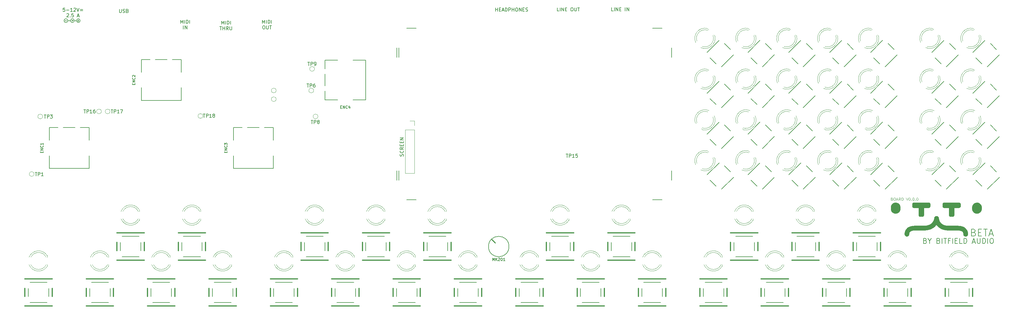
<source format=gto>
%TF.GenerationSoftware,KiCad,Pcbnew,5.1.5*%
%TF.CreationDate,2020-03-30T21:07:22+02:00*%
%TF.ProjectId,OTTOdiy_SMD,4f54544f-6469-4795-9f53-4d442e6b6963,rev?*%
%TF.SameCoordinates,PX269fb20PYbb65a20*%
%TF.FileFunction,Legend,Top*%
%TF.FilePolarity,Positive*%
%FSLAX46Y46*%
G04 Gerber Fmt 4.6, Leading zero omitted, Abs format (unit mm)*
G04 Created by KiCad (PCBNEW 5.1.5) date 2020-03-30 21:07:22*
%MOMM*%
%LPD*%
G04 APERTURE LIST*
%ADD10C,0.150000*%
%ADD11C,0.120000*%
%ADD12C,0.200000*%
%ADD13C,0.240000*%
%ADD14C,0.010000*%
%ADD15C,0.250000*%
%ADD16C,0.300000*%
G04 APERTURE END LIST*
D10*
X22080090Y87450000D02*
G75*
G03X22080090Y87450000I-555090J0D01*
G01*
X25715833Y87450000D02*
G75*
G03X25715833Y87450000I-540833J0D01*
G01*
D11*
X263848809Y34982143D02*
X263963095Y34944048D01*
X264001190Y34905953D01*
X264039285Y34829762D01*
X264039285Y34715477D01*
X264001190Y34639286D01*
X263963095Y34601191D01*
X263886904Y34563096D01*
X263582142Y34563096D01*
X263582142Y35363096D01*
X263848809Y35363096D01*
X263925000Y35325000D01*
X263963095Y35286905D01*
X264001190Y35210715D01*
X264001190Y35134524D01*
X263963095Y35058334D01*
X263925000Y35020239D01*
X263848809Y34982143D01*
X263582142Y34982143D01*
X264534523Y35363096D02*
X264686904Y35363096D01*
X264763095Y35325000D01*
X264839285Y35248810D01*
X264877380Y35096429D01*
X264877380Y34829762D01*
X264839285Y34677381D01*
X264763095Y34601191D01*
X264686904Y34563096D01*
X264534523Y34563096D01*
X264458333Y34601191D01*
X264382142Y34677381D01*
X264344047Y34829762D01*
X264344047Y35096429D01*
X264382142Y35248810D01*
X264458333Y35325000D01*
X264534523Y35363096D01*
X265182142Y34791667D02*
X265563095Y34791667D01*
X265105952Y34563096D02*
X265372619Y35363096D01*
X265639285Y34563096D01*
X266363095Y34563096D02*
X266096428Y34944048D01*
X265905952Y34563096D02*
X265905952Y35363096D01*
X266210714Y35363096D01*
X266286904Y35325000D01*
X266325000Y35286905D01*
X266363095Y35210715D01*
X266363095Y35096429D01*
X266325000Y35020239D01*
X266286904Y34982143D01*
X266210714Y34944048D01*
X265905952Y34944048D01*
X266705952Y34563096D02*
X266705952Y35363096D01*
X266896428Y35363096D01*
X267010714Y35325000D01*
X267086904Y35248810D01*
X267125000Y35172620D01*
X267163095Y35020239D01*
X267163095Y34905953D01*
X267125000Y34753572D01*
X267086904Y34677381D01*
X267010714Y34601191D01*
X266896428Y34563096D01*
X266705952Y34563096D01*
X268001190Y35363096D02*
X268267857Y34563096D01*
X268534523Y35363096D01*
X268953571Y35363096D02*
X269029761Y35363096D01*
X269105952Y35325000D01*
X269144047Y35286905D01*
X269182142Y35210715D01*
X269220238Y35058334D01*
X269220238Y34867858D01*
X269182142Y34715477D01*
X269144047Y34639286D01*
X269105952Y34601191D01*
X269029761Y34563096D01*
X268953571Y34563096D01*
X268877380Y34601191D01*
X268839285Y34639286D01*
X268801190Y34715477D01*
X268763095Y34867858D01*
X268763095Y35058334D01*
X268801190Y35210715D01*
X268839285Y35286905D01*
X268877380Y35325000D01*
X268953571Y35363096D01*
X269563095Y34639286D02*
X269601190Y34601191D01*
X269563095Y34563096D01*
X269525000Y34601191D01*
X269563095Y34639286D01*
X269563095Y34563096D01*
X270096428Y35363096D02*
X270172619Y35363096D01*
X270248809Y35325000D01*
X270286904Y35286905D01*
X270325000Y35210715D01*
X270363095Y35058334D01*
X270363095Y34867858D01*
X270325000Y34715477D01*
X270286904Y34639286D01*
X270248809Y34601191D01*
X270172619Y34563096D01*
X270096428Y34563096D01*
X270020238Y34601191D01*
X269982142Y34639286D01*
X269944047Y34715477D01*
X269905952Y34867858D01*
X269905952Y35058334D01*
X269944047Y35210715D01*
X269982142Y35286905D01*
X270020238Y35325000D01*
X270096428Y35363096D01*
X270705952Y34639286D02*
X270744047Y34601191D01*
X270705952Y34563096D01*
X270667857Y34601191D01*
X270705952Y34639286D01*
X270705952Y34563096D01*
X271239285Y35363096D02*
X271315476Y35363096D01*
X271391666Y35325000D01*
X271429761Y35286905D01*
X271467857Y35210715D01*
X271505952Y35058334D01*
X271505952Y34867858D01*
X271467857Y34715477D01*
X271429761Y34639286D01*
X271391666Y34601191D01*
X271315476Y34563096D01*
X271239285Y34563096D01*
X271163095Y34601191D01*
X271125000Y34639286D01*
X271086904Y34715477D01*
X271048809Y34867858D01*
X271048809Y35058334D01*
X271086904Y35210715D01*
X271125000Y35286905D01*
X271163095Y35325000D01*
X271239285Y35363096D01*
D12*
X273609285Y22707143D02*
X273823571Y22635715D01*
X273895000Y22564286D01*
X273966428Y22421429D01*
X273966428Y22207143D01*
X273895000Y22064286D01*
X273823571Y21992858D01*
X273680714Y21921429D01*
X273109285Y21921429D01*
X273109285Y23421429D01*
X273609285Y23421429D01*
X273752142Y23350000D01*
X273823571Y23278572D01*
X273895000Y23135715D01*
X273895000Y22992858D01*
X273823571Y22850000D01*
X273752142Y22778572D01*
X273609285Y22707143D01*
X273109285Y22707143D01*
X274895000Y22635715D02*
X274895000Y21921429D01*
X274395000Y23421429D02*
X274895000Y22635715D01*
X275395000Y23421429D01*
X277537857Y22707143D02*
X277752142Y22635715D01*
X277823571Y22564286D01*
X277895000Y22421429D01*
X277895000Y22207143D01*
X277823571Y22064286D01*
X277752142Y21992858D01*
X277609285Y21921429D01*
X277037857Y21921429D01*
X277037857Y23421429D01*
X277537857Y23421429D01*
X277680714Y23350000D01*
X277752142Y23278572D01*
X277823571Y23135715D01*
X277823571Y22992858D01*
X277752142Y22850000D01*
X277680714Y22778572D01*
X277537857Y22707143D01*
X277037857Y22707143D01*
X278537857Y21921429D02*
X278537857Y23421429D01*
X279037857Y23421429D02*
X279895000Y23421429D01*
X279466428Y21921429D02*
X279466428Y23421429D01*
X280895000Y22707143D02*
X280395000Y22707143D01*
X280395000Y21921429D02*
X280395000Y23421429D01*
X281109285Y23421429D01*
X281680714Y21921429D02*
X281680714Y23421429D01*
X282395000Y22707143D02*
X282895000Y22707143D01*
X283109285Y21921429D02*
X282395000Y21921429D01*
X282395000Y23421429D01*
X283109285Y23421429D01*
X284466428Y21921429D02*
X283752142Y21921429D01*
X283752142Y23421429D01*
X284966428Y21921429D02*
X284966428Y23421429D01*
X285323571Y23421429D01*
X285537857Y23350000D01*
X285680714Y23207143D01*
X285752142Y23064286D01*
X285823571Y22778572D01*
X285823571Y22564286D01*
X285752142Y22278572D01*
X285680714Y22135715D01*
X285537857Y21992858D01*
X285323571Y21921429D01*
X284966428Y21921429D01*
X287537857Y22350000D02*
X288252142Y22350000D01*
X287395000Y21921429D02*
X287895000Y23421429D01*
X288395000Y21921429D01*
X288895000Y23421429D02*
X288895000Y22207143D01*
X288966428Y22064286D01*
X289037857Y21992858D01*
X289180714Y21921429D01*
X289466428Y21921429D01*
X289609285Y21992858D01*
X289680714Y22064286D01*
X289752142Y22207143D01*
X289752142Y23421429D01*
X290466428Y21921429D02*
X290466428Y23421429D01*
X290823571Y23421429D01*
X291037857Y23350000D01*
X291180714Y23207143D01*
X291252142Y23064286D01*
X291323571Y22778572D01*
X291323571Y22564286D01*
X291252142Y22278572D01*
X291180714Y22135715D01*
X291037857Y21992858D01*
X290823571Y21921429D01*
X290466428Y21921429D01*
X291966428Y21921429D02*
X291966428Y23421429D01*
X292966428Y23421429D02*
X293252142Y23421429D01*
X293395000Y23350000D01*
X293537857Y23207143D01*
X293609285Y22921429D01*
X293609285Y22421429D01*
X293537857Y22135715D01*
X293395000Y21992858D01*
X293252142Y21921429D01*
X292966428Y21921429D01*
X292823571Y21992858D01*
X292680714Y22135715D01*
X292609285Y22421429D01*
X292609285Y22921429D01*
X292680714Y23207143D01*
X292823571Y23350000D01*
X292966428Y23421429D01*
D10*
X120504761Y47585715D02*
X120552380Y47728572D01*
X120552380Y47966667D01*
X120504761Y48061905D01*
X120457142Y48109524D01*
X120361904Y48157143D01*
X120266666Y48157143D01*
X120171428Y48109524D01*
X120123809Y48061905D01*
X120076190Y47966667D01*
X120028571Y47776191D01*
X119980952Y47680953D01*
X119933333Y47633334D01*
X119838095Y47585715D01*
X119742857Y47585715D01*
X119647619Y47633334D01*
X119600000Y47680953D01*
X119552380Y47776191D01*
X119552380Y48014286D01*
X119600000Y48157143D01*
X120457142Y49157143D02*
X120504761Y49109524D01*
X120552380Y48966667D01*
X120552380Y48871429D01*
X120504761Y48728572D01*
X120409523Y48633334D01*
X120314285Y48585715D01*
X120123809Y48538096D01*
X119980952Y48538096D01*
X119790476Y48585715D01*
X119695238Y48633334D01*
X119600000Y48728572D01*
X119552380Y48871429D01*
X119552380Y48966667D01*
X119600000Y49109524D01*
X119647619Y49157143D01*
X120552380Y50157143D02*
X120076190Y49823810D01*
X120552380Y49585715D02*
X119552380Y49585715D01*
X119552380Y49966667D01*
X119600000Y50061905D01*
X119647619Y50109524D01*
X119742857Y50157143D01*
X119885714Y50157143D01*
X119980952Y50109524D01*
X120028571Y50061905D01*
X120076190Y49966667D01*
X120076190Y49585715D01*
X120028571Y50585715D02*
X120028571Y50919048D01*
X120552380Y51061905D02*
X120552380Y50585715D01*
X119552380Y50585715D01*
X119552380Y51061905D01*
X120028571Y51490477D02*
X120028571Y51823810D01*
X120552380Y51966667D02*
X120552380Y51490477D01*
X119552380Y51490477D01*
X119552380Y51966667D01*
X120552380Y52395239D02*
X119552380Y52395239D01*
X120552380Y52966667D01*
X119552380Y52966667D01*
X25175000Y87700000D02*
X25175000Y87200000D01*
X24925000Y87450000D02*
X25425000Y87450000D01*
X21275000Y87450000D02*
X21775000Y87450000D01*
X22850000Y87450000D02*
X22080090Y87450000D01*
X23450000Y87450000D02*
X24600000Y87450000D01*
D13*
X23570000Y87450000D02*
G75*
G03X23570000Y87450000I-120000J0D01*
G01*
D10*
X23950000Y87200000D02*
G75*
G02X23950000Y87700000I-500000J250000D01*
G01*
X21219047Y91172620D02*
X20742857Y91172620D01*
X20695238Y90696429D01*
X20742857Y90744048D01*
X20838095Y90791667D01*
X21076190Y90791667D01*
X21171428Y90744048D01*
X21219047Y90696429D01*
X21266666Y90601191D01*
X21266666Y90363096D01*
X21219047Y90267858D01*
X21171428Y90220239D01*
X21076190Y90172620D01*
X20838095Y90172620D01*
X20742857Y90220239D01*
X20695238Y90267858D01*
X21695238Y90553572D02*
X22457142Y90553572D01*
X23457142Y90172620D02*
X22885714Y90172620D01*
X23171428Y90172620D02*
X23171428Y91172620D01*
X23076190Y91029762D01*
X22980952Y90934524D01*
X22885714Y90886905D01*
X23838095Y91077381D02*
X23885714Y91125000D01*
X23980952Y91172620D01*
X24219047Y91172620D01*
X24314285Y91125000D01*
X24361904Y91077381D01*
X24409523Y90982143D01*
X24409523Y90886905D01*
X24361904Y90744048D01*
X23790476Y90172620D01*
X24409523Y90172620D01*
X24695238Y91172620D02*
X25028571Y90172620D01*
X25361904Y91172620D01*
X25695238Y90696429D02*
X26457142Y90696429D01*
X26457142Y90410715D02*
X25695238Y90410715D01*
X21790476Y89427381D02*
X21838095Y89475000D01*
X21933333Y89522620D01*
X22171428Y89522620D01*
X22266666Y89475000D01*
X22314285Y89427381D01*
X22361904Y89332143D01*
X22361904Y89236905D01*
X22314285Y89094048D01*
X21742857Y88522620D01*
X22361904Y88522620D01*
X22790476Y88617858D02*
X22838095Y88570239D01*
X22790476Y88522620D01*
X22742857Y88570239D01*
X22790476Y88617858D01*
X22790476Y88522620D01*
X23742857Y89522620D02*
X23266666Y89522620D01*
X23219047Y89046429D01*
X23266666Y89094048D01*
X23361904Y89141667D01*
X23600000Y89141667D01*
X23695238Y89094048D01*
X23742857Y89046429D01*
X23790476Y88951191D01*
X23790476Y88713096D01*
X23742857Y88617858D01*
X23695238Y88570239D01*
X23600000Y88522620D01*
X23361904Y88522620D01*
X23266666Y88570239D01*
X23219047Y88617858D01*
X24933333Y88808334D02*
X25409523Y88808334D01*
X24838095Y88522620D02*
X25171428Y89522620D01*
X25504761Y88522620D01*
X37238095Y90797620D02*
X37238095Y89988096D01*
X37285714Y89892858D01*
X37333333Y89845239D01*
X37428571Y89797620D01*
X37619047Y89797620D01*
X37714285Y89845239D01*
X37761904Y89892858D01*
X37809523Y89988096D01*
X37809523Y90797620D01*
X38238095Y89845239D02*
X38380952Y89797620D01*
X38619047Y89797620D01*
X38714285Y89845239D01*
X38761904Y89892858D01*
X38809523Y89988096D01*
X38809523Y90083334D01*
X38761904Y90178572D01*
X38714285Y90226191D01*
X38619047Y90273810D01*
X38428571Y90321429D01*
X38333333Y90369048D01*
X38285714Y90416667D01*
X38238095Y90511905D01*
X38238095Y90607143D01*
X38285714Y90702381D01*
X38333333Y90750000D01*
X38428571Y90797620D01*
X38666666Y90797620D01*
X38809523Y90750000D01*
X39571428Y90321429D02*
X39714285Y90273810D01*
X39761904Y90226191D01*
X39809523Y90130953D01*
X39809523Y89988096D01*
X39761904Y89892858D01*
X39714285Y89845239D01*
X39619047Y89797620D01*
X39238095Y89797620D01*
X39238095Y90797620D01*
X39571428Y90797620D01*
X39666666Y90750000D01*
X39714285Y90702381D01*
X39761904Y90607143D01*
X39761904Y90511905D01*
X39714285Y90416667D01*
X39666666Y90369048D01*
X39571428Y90321429D01*
X39238095Y90321429D01*
X182102380Y90297620D02*
X181626190Y90297620D01*
X181626190Y91297620D01*
X182435714Y90297620D02*
X182435714Y91297620D01*
X182911904Y90297620D02*
X182911904Y91297620D01*
X183483333Y90297620D01*
X183483333Y91297620D01*
X183959523Y90821429D02*
X184292857Y90821429D01*
X184435714Y90297620D02*
X183959523Y90297620D01*
X183959523Y91297620D01*
X184435714Y91297620D01*
X185626190Y90297620D02*
X185626190Y91297620D01*
X186102380Y90297620D02*
X186102380Y91297620D01*
X186673809Y90297620D01*
X186673809Y91297620D01*
X166160714Y90272620D02*
X165684523Y90272620D01*
X165684523Y91272620D01*
X166494047Y90272620D02*
X166494047Y91272620D01*
X166970238Y90272620D02*
X166970238Y91272620D01*
X167541666Y90272620D01*
X167541666Y91272620D01*
X168017857Y90796429D02*
X168351190Y90796429D01*
X168494047Y90272620D02*
X168017857Y90272620D01*
X168017857Y91272620D01*
X168494047Y91272620D01*
X169875000Y91272620D02*
X170065476Y91272620D01*
X170160714Y91225000D01*
X170255952Y91129762D01*
X170303571Y90939286D01*
X170303571Y90605953D01*
X170255952Y90415477D01*
X170160714Y90320239D01*
X170065476Y90272620D01*
X169875000Y90272620D01*
X169779761Y90320239D01*
X169684523Y90415477D01*
X169636904Y90605953D01*
X169636904Y90939286D01*
X169684523Y91129762D01*
X169779761Y91225000D01*
X169875000Y91272620D01*
X170732142Y91272620D02*
X170732142Y90463096D01*
X170779761Y90367858D01*
X170827380Y90320239D01*
X170922619Y90272620D01*
X171113095Y90272620D01*
X171208333Y90320239D01*
X171255952Y90367858D01*
X171303571Y90463096D01*
X171303571Y91272620D01*
X171636904Y91272620D02*
X172208333Y91272620D01*
X171922619Y90272620D02*
X171922619Y91272620D01*
X147608333Y90197620D02*
X147608333Y91197620D01*
X147608333Y90721429D02*
X148179761Y90721429D01*
X148179761Y90197620D02*
X148179761Y91197620D01*
X148655952Y90721429D02*
X148989285Y90721429D01*
X149132142Y90197620D02*
X148655952Y90197620D01*
X148655952Y91197620D01*
X149132142Y91197620D01*
X149513095Y90483334D02*
X149989285Y90483334D01*
X149417857Y90197620D02*
X149751190Y91197620D01*
X150084523Y90197620D01*
X150417857Y90197620D02*
X150417857Y91197620D01*
X150655952Y91197620D01*
X150798809Y91150000D01*
X150894047Y91054762D01*
X150941666Y90959524D01*
X150989285Y90769048D01*
X150989285Y90626191D01*
X150941666Y90435715D01*
X150894047Y90340477D01*
X150798809Y90245239D01*
X150655952Y90197620D01*
X150417857Y90197620D01*
X151417857Y90197620D02*
X151417857Y91197620D01*
X151798809Y91197620D01*
X151894047Y91150000D01*
X151941666Y91102381D01*
X151989285Y91007143D01*
X151989285Y90864286D01*
X151941666Y90769048D01*
X151894047Y90721429D01*
X151798809Y90673810D01*
X151417857Y90673810D01*
X152417857Y90197620D02*
X152417857Y91197620D01*
X152417857Y90721429D02*
X152989285Y90721429D01*
X152989285Y90197620D02*
X152989285Y91197620D01*
X153655952Y91197620D02*
X153846428Y91197620D01*
X153941666Y91150000D01*
X154036904Y91054762D01*
X154084523Y90864286D01*
X154084523Y90530953D01*
X154036904Y90340477D01*
X153941666Y90245239D01*
X153846428Y90197620D01*
X153655952Y90197620D01*
X153560714Y90245239D01*
X153465476Y90340477D01*
X153417857Y90530953D01*
X153417857Y90864286D01*
X153465476Y91054762D01*
X153560714Y91150000D01*
X153655952Y91197620D01*
X154513095Y90197620D02*
X154513095Y91197620D01*
X155084523Y90197620D01*
X155084523Y91197620D01*
X155560714Y90721429D02*
X155894047Y90721429D01*
X156036904Y90197620D02*
X155560714Y90197620D01*
X155560714Y91197620D01*
X156036904Y91197620D01*
X156417857Y90245239D02*
X156560714Y90197620D01*
X156798809Y90197620D01*
X156894047Y90245239D01*
X156941666Y90292858D01*
X156989285Y90388096D01*
X156989285Y90483334D01*
X156941666Y90578572D01*
X156894047Y90626191D01*
X156798809Y90673810D01*
X156608333Y90721429D01*
X156513095Y90769048D01*
X156465476Y90816667D01*
X156417857Y90911905D01*
X156417857Y91007143D01*
X156465476Y91102381D01*
X156513095Y91150000D01*
X156608333Y91197620D01*
X156846428Y91197620D01*
X156989285Y91150000D01*
X79190476Y86622620D02*
X79190476Y87622620D01*
X79523809Y86908334D01*
X79857142Y87622620D01*
X79857142Y86622620D01*
X80333333Y86622620D02*
X80333333Y87622620D01*
X80809523Y86622620D02*
X80809523Y87622620D01*
X81047619Y87622620D01*
X81190476Y87575000D01*
X81285714Y87479762D01*
X81333333Y87384524D01*
X81380952Y87194048D01*
X81380952Y87051191D01*
X81333333Y86860715D01*
X81285714Y86765477D01*
X81190476Y86670239D01*
X81047619Y86622620D01*
X80809523Y86622620D01*
X81809523Y86622620D02*
X81809523Y87622620D01*
X79500000Y85972620D02*
X79690476Y85972620D01*
X79785714Y85925000D01*
X79880952Y85829762D01*
X79928571Y85639286D01*
X79928571Y85305953D01*
X79880952Y85115477D01*
X79785714Y85020239D01*
X79690476Y84972620D01*
X79500000Y84972620D01*
X79404761Y85020239D01*
X79309523Y85115477D01*
X79261904Y85305953D01*
X79261904Y85639286D01*
X79309523Y85829762D01*
X79404761Y85925000D01*
X79500000Y85972620D01*
X80357142Y85972620D02*
X80357142Y85163096D01*
X80404761Y85067858D01*
X80452380Y85020239D01*
X80547619Y84972620D01*
X80738095Y84972620D01*
X80833333Y85020239D01*
X80880952Y85067858D01*
X80928571Y85163096D01*
X80928571Y85972620D01*
X81261904Y85972620D02*
X81833333Y85972620D01*
X81547619Y84972620D02*
X81547619Y85972620D01*
X67190476Y86372620D02*
X67190476Y87372620D01*
X67523809Y86658334D01*
X67857142Y87372620D01*
X67857142Y86372620D01*
X68333333Y86372620D02*
X68333333Y87372620D01*
X68809523Y86372620D02*
X68809523Y87372620D01*
X69047619Y87372620D01*
X69190476Y87325000D01*
X69285714Y87229762D01*
X69333333Y87134524D01*
X69380952Y86944048D01*
X69380952Y86801191D01*
X69333333Y86610715D01*
X69285714Y86515477D01*
X69190476Y86420239D01*
X69047619Y86372620D01*
X68809523Y86372620D01*
X69809523Y86372620D02*
X69809523Y87372620D01*
X66666666Y85722620D02*
X67238095Y85722620D01*
X66952380Y84722620D02*
X66952380Y85722620D01*
X67571428Y84722620D02*
X67571428Y85722620D01*
X67571428Y85246429D02*
X68142857Y85246429D01*
X68142857Y84722620D02*
X68142857Y85722620D01*
X69190476Y84722620D02*
X68857142Y85198810D01*
X68619047Y84722620D02*
X68619047Y85722620D01*
X69000000Y85722620D01*
X69095238Y85675000D01*
X69142857Y85627381D01*
X69190476Y85532143D01*
X69190476Y85389286D01*
X69142857Y85294048D01*
X69095238Y85246429D01*
X69000000Y85198810D01*
X68619047Y85198810D01*
X69619047Y85722620D02*
X69619047Y84913096D01*
X69666666Y84817858D01*
X69714285Y84770239D01*
X69809523Y84722620D01*
X70000000Y84722620D01*
X70095238Y84770239D01*
X70142857Y84817858D01*
X70190476Y84913096D01*
X70190476Y85722620D01*
X55190476Y86622620D02*
X55190476Y87622620D01*
X55523809Y86908334D01*
X55857142Y87622620D01*
X55857142Y86622620D01*
X56333333Y86622620D02*
X56333333Y87622620D01*
X56809523Y86622620D02*
X56809523Y87622620D01*
X57047619Y87622620D01*
X57190476Y87575000D01*
X57285714Y87479762D01*
X57333333Y87384524D01*
X57380952Y87194048D01*
X57380952Y87051191D01*
X57333333Y86860715D01*
X57285714Y86765477D01*
X57190476Y86670239D01*
X57047619Y86622620D01*
X56809523Y86622620D01*
X57809523Y86622620D02*
X57809523Y87622620D01*
X55976190Y84972620D02*
X55976190Y85972620D01*
X56452380Y84972620D02*
X56452380Y85972620D01*
X57023809Y84972620D01*
X57023809Y85972620D01*
D12*
X287869047Y25142858D02*
X288154761Y25047620D01*
X288250000Y24952381D01*
X288345238Y24761905D01*
X288345238Y24476191D01*
X288250000Y24285715D01*
X288154761Y24190477D01*
X287964285Y24095239D01*
X287202380Y24095239D01*
X287202380Y26095239D01*
X287869047Y26095239D01*
X288059523Y26000000D01*
X288154761Y25904762D01*
X288250000Y25714286D01*
X288250000Y25523810D01*
X288154761Y25333334D01*
X288059523Y25238096D01*
X287869047Y25142858D01*
X287202380Y25142858D01*
X289202380Y25142858D02*
X289869047Y25142858D01*
X290154761Y24095239D02*
X289202380Y24095239D01*
X289202380Y26095239D01*
X290154761Y26095239D01*
X290726190Y26095239D02*
X291869047Y26095239D01*
X291297619Y24095239D02*
X291297619Y26095239D01*
X292440476Y24666667D02*
X293392857Y24666667D01*
X292250000Y24095239D02*
X292916666Y26095239D01*
X293583333Y24095239D01*
D14*
G36*
X288819869Y33916072D02*
G01*
X288868975Y33910895D01*
X288929943Y33902677D01*
X289007174Y33891298D01*
X289022238Y33889041D01*
X289103462Y33872752D01*
X289188094Y33848795D01*
X289265110Y33820410D01*
X289283464Y33812269D01*
X289311438Y33799837D01*
X289330363Y33792463D01*
X289333960Y33791588D01*
X289345494Y33786597D01*
X289371034Y33773299D01*
X289405808Y33754209D01*
X289419194Y33746672D01*
X289539572Y33669345D01*
X289655288Y33577623D01*
X289759867Y33476960D01*
X289816860Y33411727D01*
X289855973Y33363240D01*
X289883347Y33328758D01*
X289901004Y33305546D01*
X289910968Y33290871D01*
X289915262Y33281997D01*
X289915977Y33277781D01*
X289922574Y33262220D01*
X289931163Y33250693D01*
X289943954Y33231931D01*
X289961475Y33201103D01*
X289975397Y33173995D01*
X289992976Y33138425D01*
X290008147Y33108266D01*
X290015605Y33093870D01*
X290028994Y33063799D01*
X290045028Y33020505D01*
X290061075Y32971785D01*
X290074506Y32925435D01*
X290079970Y32903121D01*
X290088545Y32865497D01*
X290099588Y32818671D01*
X290107985Y32783937D01*
X290113514Y32749291D01*
X290118126Y32696449D01*
X290121818Y32628760D01*
X290124590Y32549569D01*
X290126440Y32462225D01*
X290127365Y32370075D01*
X290127365Y32276466D01*
X290126438Y32184744D01*
X290124583Y32098259D01*
X290121796Y32020356D01*
X290118079Y31954383D01*
X290113427Y31903687D01*
X290108419Y31873800D01*
X290097140Y31827964D01*
X290086268Y31782260D01*
X290079954Y31754615D01*
X290039555Y31619225D01*
X289979591Y31485587D01*
X289902156Y31356213D01*
X289809343Y31233616D01*
X289703243Y31120310D01*
X289585950Y31018804D01*
X289459556Y30931614D01*
X289341869Y30868445D01*
X289289741Y30844539D01*
X289244809Y30825386D01*
X289202834Y30809789D01*
X289159575Y30796547D01*
X289110791Y30784463D01*
X289052241Y30772338D01*
X288979684Y30758974D01*
X288913888Y30747479D01*
X288865437Y30741856D01*
X288804275Y30738658D01*
X288738002Y30737901D01*
X288674219Y30739602D01*
X288620526Y30743776D01*
X288599674Y30746826D01*
X288565669Y30752946D01*
X288520937Y30760812D01*
X288482452Y30767467D01*
X288438135Y30776800D01*
X288385253Y30790510D01*
X288330388Y30806610D01*
X288280121Y30823114D01*
X288241033Y30838033D01*
X288227331Y30844494D01*
X288208983Y30853738D01*
X288177710Y30868965D01*
X288140193Y30886923D01*
X288139188Y30887399D01*
X288007266Y30961131D01*
X287881047Y31053333D01*
X287763579Y31160969D01*
X287657907Y31281003D01*
X287567077Y31410398D01*
X287508310Y31516246D01*
X287478899Y31581272D01*
X287451453Y31651502D01*
X287428408Y31719986D01*
X287412203Y31779774D01*
X287407565Y31803372D01*
X287401819Y31836581D01*
X287393625Y31881098D01*
X287385238Y31924809D01*
X287380083Y31959205D01*
X287376083Y32005136D01*
X287373155Y32064718D01*
X287371217Y32140066D01*
X287370188Y32233297D01*
X287369964Y32320285D01*
X287370113Y32414486D01*
X287370656Y32490545D01*
X287371796Y32551990D01*
X287373738Y32602348D01*
X287376683Y32645147D01*
X287380835Y32683914D01*
X287386398Y32722176D01*
X287393575Y32763461D01*
X287396363Y32778519D01*
X287412008Y32858647D01*
X287426642Y32923327D01*
X287442231Y32978575D01*
X287460740Y33030409D01*
X287484132Y33084846D01*
X287514374Y33147901D01*
X287521958Y33163160D01*
X287569545Y33249513D01*
X287624870Y33331354D01*
X287666786Y33385277D01*
X287708811Y33433856D01*
X287758373Y33486101D01*
X287811145Y33537899D01*
X287862799Y33585137D01*
X287909007Y33623703D01*
X287943690Y33648421D01*
X287968320Y33663806D01*
X288002133Y33685240D01*
X288025421Y33700134D01*
X288059235Y33720474D01*
X288100694Y33742632D01*
X288153331Y33768368D01*
X288220680Y33799439D01*
X288263790Y33818781D01*
X288334856Y33844949D01*
X288425714Y33868863D01*
X288537092Y33890700D01*
X288598105Y33900503D01*
X288653968Y33908748D01*
X288699672Y33914546D01*
X288739621Y33917778D01*
X288778219Y33918327D01*
X288819869Y33916072D01*
G37*
X288819869Y33916072D02*
X288868975Y33910895D01*
X288929943Y33902677D01*
X289007174Y33891298D01*
X289022238Y33889041D01*
X289103462Y33872752D01*
X289188094Y33848795D01*
X289265110Y33820410D01*
X289283464Y33812269D01*
X289311438Y33799837D01*
X289330363Y33792463D01*
X289333960Y33791588D01*
X289345494Y33786597D01*
X289371034Y33773299D01*
X289405808Y33754209D01*
X289419194Y33746672D01*
X289539572Y33669345D01*
X289655288Y33577623D01*
X289759867Y33476960D01*
X289816860Y33411727D01*
X289855973Y33363240D01*
X289883347Y33328758D01*
X289901004Y33305546D01*
X289910968Y33290871D01*
X289915262Y33281997D01*
X289915977Y33277781D01*
X289922574Y33262220D01*
X289931163Y33250693D01*
X289943954Y33231931D01*
X289961475Y33201103D01*
X289975397Y33173995D01*
X289992976Y33138425D01*
X290008147Y33108266D01*
X290015605Y33093870D01*
X290028994Y33063799D01*
X290045028Y33020505D01*
X290061075Y32971785D01*
X290074506Y32925435D01*
X290079970Y32903121D01*
X290088545Y32865497D01*
X290099588Y32818671D01*
X290107985Y32783937D01*
X290113514Y32749291D01*
X290118126Y32696449D01*
X290121818Y32628760D01*
X290124590Y32549569D01*
X290126440Y32462225D01*
X290127365Y32370075D01*
X290127365Y32276466D01*
X290126438Y32184744D01*
X290124583Y32098259D01*
X290121796Y32020356D01*
X290118079Y31954383D01*
X290113427Y31903687D01*
X290108419Y31873800D01*
X290097140Y31827964D01*
X290086268Y31782260D01*
X290079954Y31754615D01*
X290039555Y31619225D01*
X289979591Y31485587D01*
X289902156Y31356213D01*
X289809343Y31233616D01*
X289703243Y31120310D01*
X289585950Y31018804D01*
X289459556Y30931614D01*
X289341869Y30868445D01*
X289289741Y30844539D01*
X289244809Y30825386D01*
X289202834Y30809789D01*
X289159575Y30796547D01*
X289110791Y30784463D01*
X289052241Y30772338D01*
X288979684Y30758974D01*
X288913888Y30747479D01*
X288865437Y30741856D01*
X288804275Y30738658D01*
X288738002Y30737901D01*
X288674219Y30739602D01*
X288620526Y30743776D01*
X288599674Y30746826D01*
X288565669Y30752946D01*
X288520937Y30760812D01*
X288482452Y30767467D01*
X288438135Y30776800D01*
X288385253Y30790510D01*
X288330388Y30806610D01*
X288280121Y30823114D01*
X288241033Y30838033D01*
X288227331Y30844494D01*
X288208983Y30853738D01*
X288177710Y30868965D01*
X288140193Y30886923D01*
X288139188Y30887399D01*
X288007266Y30961131D01*
X287881047Y31053333D01*
X287763579Y31160969D01*
X287657907Y31281003D01*
X287567077Y31410398D01*
X287508310Y31516246D01*
X287478899Y31581272D01*
X287451453Y31651502D01*
X287428408Y31719986D01*
X287412203Y31779774D01*
X287407565Y31803372D01*
X287401819Y31836581D01*
X287393625Y31881098D01*
X287385238Y31924809D01*
X287380083Y31959205D01*
X287376083Y32005136D01*
X287373155Y32064718D01*
X287371217Y32140066D01*
X287370188Y32233297D01*
X287369964Y32320285D01*
X287370113Y32414486D01*
X287370656Y32490545D01*
X287371796Y32551990D01*
X287373738Y32602348D01*
X287376683Y32645147D01*
X287380835Y32683914D01*
X287386398Y32722176D01*
X287393575Y32763461D01*
X287396363Y32778519D01*
X287412008Y32858647D01*
X287426642Y32923327D01*
X287442231Y32978575D01*
X287460740Y33030409D01*
X287484132Y33084846D01*
X287514374Y33147901D01*
X287521958Y33163160D01*
X287569545Y33249513D01*
X287624870Y33331354D01*
X287666786Y33385277D01*
X287708811Y33433856D01*
X287758373Y33486101D01*
X287811145Y33537899D01*
X287862799Y33585137D01*
X287909007Y33623703D01*
X287943690Y33648421D01*
X287968320Y33663806D01*
X288002133Y33685240D01*
X288025421Y33700134D01*
X288059235Y33720474D01*
X288100694Y33742632D01*
X288153331Y33768368D01*
X288220680Y33799439D01*
X288263790Y33818781D01*
X288334856Y33844949D01*
X288425714Y33868863D01*
X288537092Y33890700D01*
X288598105Y33900503D01*
X288653968Y33908748D01*
X288699672Y33914546D01*
X288739621Y33917778D01*
X288778219Y33918327D01*
X288819869Y33916072D01*
G36*
X264955081Y33917525D02*
G01*
X264983712Y33914839D01*
X265013642Y33911157D01*
X265112491Y33897763D01*
X265194270Y33884715D01*
X265263523Y33870777D01*
X265324792Y33854710D01*
X265382620Y33835281D01*
X265441551Y33811251D01*
X265506125Y33781386D01*
X265526019Y33771720D01*
X265627339Y33714360D01*
X265730643Y33641814D01*
X265830939Y33558441D01*
X265923234Y33468600D01*
X266002536Y33376648D01*
X266043135Y33320267D01*
X266064944Y33287393D01*
X266085174Y33257137D01*
X266090531Y33249193D01*
X266125330Y33189422D01*
X266160679Y33113776D01*
X266194463Y33027885D01*
X266224568Y32937381D01*
X266248877Y32847892D01*
X266259197Y32800189D01*
X266264722Y32760243D01*
X266269704Y32702633D01*
X266274070Y32631017D01*
X266277751Y32549057D01*
X266280676Y32460414D01*
X266282773Y32368748D01*
X266283973Y32277719D01*
X266284204Y32190989D01*
X266283395Y32112217D01*
X266281476Y32045063D01*
X266278377Y31993190D01*
X266275304Y31966933D01*
X266267137Y31917742D01*
X266257932Y31862511D01*
X266252573Y31830460D01*
X266239959Y31769504D01*
X266222217Y31702177D01*
X266202035Y31637827D01*
X266182484Y31586673D01*
X266160559Y31538952D01*
X266137622Y31492616D01*
X266116448Y31452975D01*
X266099812Y31425337D01*
X266094241Y31417878D01*
X266081838Y31398548D01*
X266079200Y31388791D01*
X266072568Y31374737D01*
X266054615Y31348071D01*
X266028259Y31312522D01*
X265996415Y31271814D01*
X265962001Y31229674D01*
X265927934Y31189828D01*
X265897131Y31156003D01*
X265896300Y31155134D01*
X265842248Y31103429D01*
X265775892Y31047208D01*
X265704164Y30991857D01*
X265633995Y30942761D01*
X265580792Y30909992D01*
X265526323Y30880065D01*
X265480655Y30857349D01*
X265435384Y30838130D01*
X265382105Y30818696D01*
X265347840Y30807070D01*
X265315741Y30796873D01*
X265283341Y30787984D01*
X265246537Y30779552D01*
X265201227Y30770726D01*
X265143311Y30760654D01*
X265068685Y30748485D01*
X265055296Y30746347D01*
X265013186Y30741833D01*
X264959367Y30739162D01*
X264900161Y30738303D01*
X264841891Y30739226D01*
X264790878Y30741904D01*
X264753444Y30746305D01*
X264746500Y30747782D01*
X264715142Y30754652D01*
X264672779Y30762780D01*
X264638150Y30768800D01*
X264501193Y30801164D01*
X264362613Y30852711D01*
X264226276Y30921660D01*
X264096045Y31006228D01*
X264054256Y31037899D01*
X263941793Y31136899D01*
X263839706Y31247555D01*
X263750119Y31366691D01*
X263675157Y31491129D01*
X263616943Y31617694D01*
X263577603Y31743207D01*
X263575001Y31754615D01*
X263566379Y31792210D01*
X263555209Y31839003D01*
X263546655Y31873800D01*
X263541769Y31896712D01*
X263537843Y31923856D01*
X263534782Y31957692D01*
X263532490Y32000679D01*
X263530870Y32055278D01*
X263529826Y32123950D01*
X263529262Y32209154D01*
X263529082Y32313350D01*
X263529082Y32323451D01*
X263529164Y32425623D01*
X263529493Y32508913D01*
X263530210Y32576107D01*
X263531454Y32629993D01*
X263533365Y32673357D01*
X263536082Y32708988D01*
X263539744Y32739670D01*
X263544491Y32768193D01*
X263550464Y32797343D01*
X263553502Y32811024D01*
X263565486Y32861482D01*
X263577652Y32908111D01*
X263588183Y32944143D01*
X263592740Y32957296D01*
X263604855Y32990758D01*
X263614179Y33020638D01*
X263614621Y33022306D01*
X263629553Y33064744D01*
X263654368Y33119236D01*
X263686106Y33180377D01*
X263721812Y33242766D01*
X263758529Y33300998D01*
X263793298Y33349671D01*
X263794930Y33351754D01*
X263886276Y33457079D01*
X263987917Y33555475D01*
X264095408Y33643220D01*
X264204301Y33716592D01*
X264280596Y33758199D01*
X264360456Y33793808D01*
X264447517Y33827038D01*
X264535065Y33855669D01*
X264616386Y33877477D01*
X264676073Y33889061D01*
X264754178Y33900345D01*
X264814618Y33908684D01*
X264861160Y33914325D01*
X264897573Y33917515D01*
X264927624Y33918499D01*
X264955081Y33917525D01*
G37*
X264955081Y33917525D02*
X264983712Y33914839D01*
X265013642Y33911157D01*
X265112491Y33897763D01*
X265194270Y33884715D01*
X265263523Y33870777D01*
X265324792Y33854710D01*
X265382620Y33835281D01*
X265441551Y33811251D01*
X265506125Y33781386D01*
X265526019Y33771720D01*
X265627339Y33714360D01*
X265730643Y33641814D01*
X265830939Y33558441D01*
X265923234Y33468600D01*
X266002536Y33376648D01*
X266043135Y33320267D01*
X266064944Y33287393D01*
X266085174Y33257137D01*
X266090531Y33249193D01*
X266125330Y33189422D01*
X266160679Y33113776D01*
X266194463Y33027885D01*
X266224568Y32937381D01*
X266248877Y32847892D01*
X266259197Y32800189D01*
X266264722Y32760243D01*
X266269704Y32702633D01*
X266274070Y32631017D01*
X266277751Y32549057D01*
X266280676Y32460414D01*
X266282773Y32368748D01*
X266283973Y32277719D01*
X266284204Y32190989D01*
X266283395Y32112217D01*
X266281476Y32045063D01*
X266278377Y31993190D01*
X266275304Y31966933D01*
X266267137Y31917742D01*
X266257932Y31862511D01*
X266252573Y31830460D01*
X266239959Y31769504D01*
X266222217Y31702177D01*
X266202035Y31637827D01*
X266182484Y31586673D01*
X266160559Y31538952D01*
X266137622Y31492616D01*
X266116448Y31452975D01*
X266099812Y31425337D01*
X266094241Y31417878D01*
X266081838Y31398548D01*
X266079200Y31388791D01*
X266072568Y31374737D01*
X266054615Y31348071D01*
X266028259Y31312522D01*
X265996415Y31271814D01*
X265962001Y31229674D01*
X265927934Y31189828D01*
X265897131Y31156003D01*
X265896300Y31155134D01*
X265842248Y31103429D01*
X265775892Y31047208D01*
X265704164Y30991857D01*
X265633995Y30942761D01*
X265580792Y30909992D01*
X265526323Y30880065D01*
X265480655Y30857349D01*
X265435384Y30838130D01*
X265382105Y30818696D01*
X265347840Y30807070D01*
X265315741Y30796873D01*
X265283341Y30787984D01*
X265246537Y30779552D01*
X265201227Y30770726D01*
X265143311Y30760654D01*
X265068685Y30748485D01*
X265055296Y30746347D01*
X265013186Y30741833D01*
X264959367Y30739162D01*
X264900161Y30738303D01*
X264841891Y30739226D01*
X264790878Y30741904D01*
X264753444Y30746305D01*
X264746500Y30747782D01*
X264715142Y30754652D01*
X264672779Y30762780D01*
X264638150Y30768800D01*
X264501193Y30801164D01*
X264362613Y30852711D01*
X264226276Y30921660D01*
X264096045Y31006228D01*
X264054256Y31037899D01*
X263941793Y31136899D01*
X263839706Y31247555D01*
X263750119Y31366691D01*
X263675157Y31491129D01*
X263616943Y31617694D01*
X263577603Y31743207D01*
X263575001Y31754615D01*
X263566379Y31792210D01*
X263555209Y31839003D01*
X263546655Y31873800D01*
X263541769Y31896712D01*
X263537843Y31923856D01*
X263534782Y31957692D01*
X263532490Y32000679D01*
X263530870Y32055278D01*
X263529826Y32123950D01*
X263529262Y32209154D01*
X263529082Y32313350D01*
X263529082Y32323451D01*
X263529164Y32425623D01*
X263529493Y32508913D01*
X263530210Y32576107D01*
X263531454Y32629993D01*
X263533365Y32673357D01*
X263536082Y32708988D01*
X263539744Y32739670D01*
X263544491Y32768193D01*
X263550464Y32797343D01*
X263553502Y32811024D01*
X263565486Y32861482D01*
X263577652Y32908111D01*
X263588183Y32944143D01*
X263592740Y32957296D01*
X263604855Y32990758D01*
X263614179Y33020638D01*
X263614621Y33022306D01*
X263629553Y33064744D01*
X263654368Y33119236D01*
X263686106Y33180377D01*
X263721812Y33242766D01*
X263758529Y33300998D01*
X263793298Y33349671D01*
X263794930Y33351754D01*
X263886276Y33457079D01*
X263987917Y33555475D01*
X264095408Y33643220D01*
X264204301Y33716592D01*
X264280596Y33758199D01*
X264360456Y33793808D01*
X264447517Y33827038D01*
X264535065Y33855669D01*
X264616386Y33877477D01*
X264676073Y33889061D01*
X264754178Y33900345D01*
X264814618Y33908684D01*
X264861160Y33914325D01*
X264897573Y33917515D01*
X264927624Y33918499D01*
X264955081Y33917525D01*
G36*
X281347640Y33918588D02*
G01*
X281607234Y33918209D01*
X281846054Y33917849D01*
X282064998Y33917498D01*
X282264961Y33917148D01*
X282446840Y33916787D01*
X282611532Y33916406D01*
X282759932Y33915996D01*
X282892938Y33915547D01*
X283011446Y33915048D01*
X283116352Y33914491D01*
X283208553Y33913865D01*
X283288945Y33913161D01*
X283358424Y33912369D01*
X283417888Y33911479D01*
X283468233Y33910481D01*
X283510354Y33909366D01*
X283545150Y33908124D01*
X283573515Y33906745D01*
X283596347Y33905220D01*
X283614542Y33903538D01*
X283628996Y33901690D01*
X283640606Y33899666D01*
X283650269Y33897456D01*
X283658880Y33895051D01*
X283664348Y33893376D01*
X283752552Y33856779D01*
X283823432Y33807213D01*
X283877273Y33744339D01*
X283914360Y33667818D01*
X283934978Y33577311D01*
X283935815Y33570416D01*
X283939117Y33528744D01*
X283941743Y33469605D01*
X283943698Y33396826D01*
X283944987Y33314233D01*
X283945613Y33225653D01*
X283945581Y33134913D01*
X283944895Y33045841D01*
X283943561Y32962263D01*
X283941582Y32888006D01*
X283938963Y32826898D01*
X283935709Y32782765D01*
X283934892Y32775586D01*
X283914116Y32682804D01*
X283876777Y32603990D01*
X283822816Y32539076D01*
X283752177Y32487993D01*
X283664801Y32450674D01*
X283660310Y32449267D01*
X283645331Y32444802D01*
X283630307Y32440958D01*
X283613574Y32437689D01*
X283593467Y32434947D01*
X283568321Y32432686D01*
X283536469Y32430858D01*
X283496248Y32429417D01*
X283445992Y32428316D01*
X283384036Y32427508D01*
X283308715Y32426945D01*
X283218363Y32426582D01*
X283111315Y32426371D01*
X282985907Y32426264D01*
X282842458Y32426217D01*
X282717237Y32426067D01*
X282598249Y32425687D01*
X282487287Y32425099D01*
X282386146Y32424323D01*
X282296618Y32423380D01*
X282220497Y32422291D01*
X282159576Y32421075D01*
X282115650Y32419755D01*
X282090511Y32418351D01*
X282085175Y32417466D01*
X282082902Y32411802D01*
X282080853Y32397162D01*
X282079013Y32372517D01*
X282077368Y32336838D01*
X282075903Y32289098D01*
X282074602Y32228267D01*
X282073450Y32153317D01*
X282072432Y32063219D01*
X282071535Y31956946D01*
X282070741Y31833469D01*
X282070038Y31691758D01*
X282069409Y31530787D01*
X282068840Y31349526D01*
X282068656Y31282669D01*
X282065657Y30156458D01*
X282039170Y30091448D01*
X282002794Y30014488D01*
X281961813Y29954979D01*
X281911994Y29908706D01*
X281849103Y29871454D01*
X281795316Y29848594D01*
X281775660Y29841529D01*
X281756278Y29835914D01*
X281734392Y29831549D01*
X281707225Y29828234D01*
X281672002Y29825769D01*
X281625944Y29823955D01*
X281566275Y29822592D01*
X281490218Y29821480D01*
X281405258Y29820526D01*
X281317763Y29819930D01*
X281232281Y29819945D01*
X281152628Y29820527D01*
X281082622Y29821628D01*
X281026081Y29823206D01*
X280986821Y29825213D01*
X280982694Y29825545D01*
X280899524Y29837142D01*
X280831107Y29857468D01*
X280771497Y29888840D01*
X280721991Y29927081D01*
X280658246Y29995824D01*
X280613911Y30072058D01*
X280595624Y30126337D01*
X280593339Y30142553D01*
X280591258Y30172265D01*
X280589370Y30216247D01*
X280587665Y30275272D01*
X280586131Y30350115D01*
X280584759Y30441548D01*
X280583538Y30550347D01*
X280582456Y30677284D01*
X280581503Y30823134D01*
X280580669Y30988670D01*
X280579943Y31174666D01*
X280579577Y31288711D01*
X280579020Y31468824D01*
X280578472Y31628505D01*
X280577910Y31768994D01*
X280577309Y31891529D01*
X280576646Y31997349D01*
X280575898Y32087693D01*
X280575039Y32163800D01*
X280574047Y32226909D01*
X280572898Y32278257D01*
X280571568Y32319085D01*
X280570033Y32350630D01*
X280568270Y32374132D01*
X280566254Y32390829D01*
X280563962Y32401960D01*
X280561370Y32408764D01*
X280558455Y32412479D01*
X280557998Y32412839D01*
X280549654Y32415614D01*
X280531790Y32418012D01*
X280503144Y32420057D01*
X280462456Y32421770D01*
X280408465Y32423175D01*
X280339907Y32424293D01*
X280255523Y32425147D01*
X280154051Y32425760D01*
X280034229Y32426153D01*
X279894796Y32426350D01*
X279796019Y32426383D01*
X279650927Y32426397D01*
X279525840Y32426471D01*
X279419094Y32426652D01*
X279329026Y32426988D01*
X279253969Y32427526D01*
X279192261Y32428313D01*
X279142237Y32429396D01*
X279102232Y32430824D01*
X279070582Y32432643D01*
X279045623Y32434900D01*
X279025691Y32437644D01*
X279009120Y32440921D01*
X278994247Y32444778D01*
X278979407Y32449264D01*
X278978179Y32449649D01*
X278891470Y32485514D01*
X278820432Y32534803D01*
X278762002Y32600054D01*
X278726060Y32658263D01*
X278696516Y32713509D01*
X278696516Y33634481D01*
X278726051Y33689710D01*
X278765209Y33750078D01*
X278813390Y33804856D01*
X278864265Y33847075D01*
X278875293Y33854046D01*
X278903576Y33867024D01*
X278945374Y33881747D01*
X278992982Y33895582D01*
X279007287Y33899176D01*
X279101359Y33921847D01*
X281347640Y33918588D01*
G37*
X281347640Y33918588D02*
X281607234Y33918209D01*
X281846054Y33917849D01*
X282064998Y33917498D01*
X282264961Y33917148D01*
X282446840Y33916787D01*
X282611532Y33916406D01*
X282759932Y33915996D01*
X282892938Y33915547D01*
X283011446Y33915048D01*
X283116352Y33914491D01*
X283208553Y33913865D01*
X283288945Y33913161D01*
X283358424Y33912369D01*
X283417888Y33911479D01*
X283468233Y33910481D01*
X283510354Y33909366D01*
X283545150Y33908124D01*
X283573515Y33906745D01*
X283596347Y33905220D01*
X283614542Y33903538D01*
X283628996Y33901690D01*
X283640606Y33899666D01*
X283650269Y33897456D01*
X283658880Y33895051D01*
X283664348Y33893376D01*
X283752552Y33856779D01*
X283823432Y33807213D01*
X283877273Y33744339D01*
X283914360Y33667818D01*
X283934978Y33577311D01*
X283935815Y33570416D01*
X283939117Y33528744D01*
X283941743Y33469605D01*
X283943698Y33396826D01*
X283944987Y33314233D01*
X283945613Y33225653D01*
X283945581Y33134913D01*
X283944895Y33045841D01*
X283943561Y32962263D01*
X283941582Y32888006D01*
X283938963Y32826898D01*
X283935709Y32782765D01*
X283934892Y32775586D01*
X283914116Y32682804D01*
X283876777Y32603990D01*
X283822816Y32539076D01*
X283752177Y32487993D01*
X283664801Y32450674D01*
X283660310Y32449267D01*
X283645331Y32444802D01*
X283630307Y32440958D01*
X283613574Y32437689D01*
X283593467Y32434947D01*
X283568321Y32432686D01*
X283536469Y32430858D01*
X283496248Y32429417D01*
X283445992Y32428316D01*
X283384036Y32427508D01*
X283308715Y32426945D01*
X283218363Y32426582D01*
X283111315Y32426371D01*
X282985907Y32426264D01*
X282842458Y32426217D01*
X282717237Y32426067D01*
X282598249Y32425687D01*
X282487287Y32425099D01*
X282386146Y32424323D01*
X282296618Y32423380D01*
X282220497Y32422291D01*
X282159576Y32421075D01*
X282115650Y32419755D01*
X282090511Y32418351D01*
X282085175Y32417466D01*
X282082902Y32411802D01*
X282080853Y32397162D01*
X282079013Y32372517D01*
X282077368Y32336838D01*
X282075903Y32289098D01*
X282074602Y32228267D01*
X282073450Y32153317D01*
X282072432Y32063219D01*
X282071535Y31956946D01*
X282070741Y31833469D01*
X282070038Y31691758D01*
X282069409Y31530787D01*
X282068840Y31349526D01*
X282068656Y31282669D01*
X282065657Y30156458D01*
X282039170Y30091448D01*
X282002794Y30014488D01*
X281961813Y29954979D01*
X281911994Y29908706D01*
X281849103Y29871454D01*
X281795316Y29848594D01*
X281775660Y29841529D01*
X281756278Y29835914D01*
X281734392Y29831549D01*
X281707225Y29828234D01*
X281672002Y29825769D01*
X281625944Y29823955D01*
X281566275Y29822592D01*
X281490218Y29821480D01*
X281405258Y29820526D01*
X281317763Y29819930D01*
X281232281Y29819945D01*
X281152628Y29820527D01*
X281082622Y29821628D01*
X281026081Y29823206D01*
X280986821Y29825213D01*
X280982694Y29825545D01*
X280899524Y29837142D01*
X280831107Y29857468D01*
X280771497Y29888840D01*
X280721991Y29927081D01*
X280658246Y29995824D01*
X280613911Y30072058D01*
X280595624Y30126337D01*
X280593339Y30142553D01*
X280591258Y30172265D01*
X280589370Y30216247D01*
X280587665Y30275272D01*
X280586131Y30350115D01*
X280584759Y30441548D01*
X280583538Y30550347D01*
X280582456Y30677284D01*
X280581503Y30823134D01*
X280580669Y30988670D01*
X280579943Y31174666D01*
X280579577Y31288711D01*
X280579020Y31468824D01*
X280578472Y31628505D01*
X280577910Y31768994D01*
X280577309Y31891529D01*
X280576646Y31997349D01*
X280575898Y32087693D01*
X280575039Y32163800D01*
X280574047Y32226909D01*
X280572898Y32278257D01*
X280571568Y32319085D01*
X280570033Y32350630D01*
X280568270Y32374132D01*
X280566254Y32390829D01*
X280563962Y32401960D01*
X280561370Y32408764D01*
X280558455Y32412479D01*
X280557998Y32412839D01*
X280549654Y32415614D01*
X280531790Y32418012D01*
X280503144Y32420057D01*
X280462456Y32421770D01*
X280408465Y32423175D01*
X280339907Y32424293D01*
X280255523Y32425147D01*
X280154051Y32425760D01*
X280034229Y32426153D01*
X279894796Y32426350D01*
X279796019Y32426383D01*
X279650927Y32426397D01*
X279525840Y32426471D01*
X279419094Y32426652D01*
X279329026Y32426988D01*
X279253969Y32427526D01*
X279192261Y32428313D01*
X279142237Y32429396D01*
X279102232Y32430824D01*
X279070582Y32432643D01*
X279045623Y32434900D01*
X279025691Y32437644D01*
X279009120Y32440921D01*
X278994247Y32444778D01*
X278979407Y32449264D01*
X278978179Y32449649D01*
X278891470Y32485514D01*
X278820432Y32534803D01*
X278762002Y32600054D01*
X278726060Y32658263D01*
X278696516Y32713509D01*
X278696516Y33634481D01*
X278726051Y33689710D01*
X278765209Y33750078D01*
X278813390Y33804856D01*
X278864265Y33847075D01*
X278875293Y33854046D01*
X278903576Y33867024D01*
X278945374Y33881747D01*
X278992982Y33895582D01*
X279007287Y33899176D01*
X279101359Y33921847D01*
X281347640Y33918588D01*
G36*
X271613282Y33919736D02*
G01*
X271822833Y33919588D01*
X272051520Y33919340D01*
X272300235Y33919004D01*
X272524113Y33918664D01*
X272780028Y33918256D01*
X273015184Y33917870D01*
X273230489Y33917494D01*
X273426853Y33917119D01*
X273605187Y33916735D01*
X273766399Y33916330D01*
X273911400Y33915895D01*
X274041098Y33915421D01*
X274156405Y33914895D01*
X274258230Y33914310D01*
X274347482Y33913653D01*
X274425072Y33912915D01*
X274491908Y33912087D01*
X274548901Y33911156D01*
X274596960Y33910115D01*
X274636996Y33908951D01*
X274669917Y33907656D01*
X274696634Y33906218D01*
X274718056Y33904629D01*
X274735094Y33902876D01*
X274748656Y33900951D01*
X274759653Y33898843D01*
X274768994Y33896542D01*
X274777589Y33894038D01*
X274779677Y33893395D01*
X274867152Y33857353D01*
X274937278Y33808479D01*
X274990584Y33746131D01*
X275027602Y33669666D01*
X275048859Y33578443D01*
X275050511Y33565312D01*
X275054019Y33521394D01*
X275056806Y33459835D01*
X275058872Y33384653D01*
X275060218Y33299864D01*
X275060845Y33209486D01*
X275060753Y33117536D01*
X275059943Y33028031D01*
X275058415Y32944988D01*
X275056170Y32872424D01*
X275053209Y32814358D01*
X275050405Y32781750D01*
X275031239Y32688854D01*
X274996294Y32610496D01*
X274944872Y32545824D01*
X274876273Y32493985D01*
X274789800Y32454126D01*
X274778914Y32450351D01*
X274764762Y32445694D01*
X274750884Y32441684D01*
X274735629Y32438271D01*
X274717347Y32435407D01*
X274694390Y32433045D01*
X274665108Y32431136D01*
X274627852Y32429631D01*
X274580971Y32428483D01*
X274522817Y32427644D01*
X274451740Y32427064D01*
X274366090Y32426697D01*
X274264218Y32426493D01*
X274144475Y32426404D01*
X274005211Y32426383D01*
X273958939Y32426383D01*
X273812050Y32426342D01*
X273685326Y32426198D01*
X273577265Y32425918D01*
X273486360Y32425467D01*
X273411110Y32424813D01*
X273350009Y32423921D01*
X273301553Y32422759D01*
X273264239Y32421293D01*
X273236561Y32419490D01*
X273217017Y32417315D01*
X273204102Y32414737D01*
X273196313Y32411721D01*
X273193129Y32409356D01*
X273190367Y32404972D01*
X273187918Y32396849D01*
X273185762Y32383765D01*
X273183881Y32364496D01*
X273182257Y32337820D01*
X273180871Y32302512D01*
X273179706Y32257349D01*
X273178742Y32201108D01*
X273177963Y32132565D01*
X273177348Y32050497D01*
X273176880Y31953681D01*
X273176541Y31840893D01*
X273176313Y31710910D01*
X273176176Y31562508D01*
X273176113Y31394465D01*
X273176103Y31272649D01*
X273176103Y30152968D01*
X273152058Y30089703D01*
X273114293Y30008740D01*
X273067988Y29945535D01*
X273009958Y29896848D01*
X272937017Y29859437D01*
X272918822Y29852461D01*
X272895862Y29844231D01*
X272875275Y29837696D01*
X272854253Y29832641D01*
X272829990Y29828854D01*
X272799681Y29826121D01*
X272760520Y29824230D01*
X272709700Y29822965D01*
X272644415Y29822116D01*
X272561859Y29821467D01*
X272506255Y29821108D01*
X272418613Y29820822D01*
X272333694Y29821048D01*
X272255110Y29821738D01*
X272186472Y29822844D01*
X272131392Y29824321D01*
X272093478Y29826119D01*
X272087189Y29826606D01*
X272037133Y29833241D01*
X271987514Y29843488D01*
X271948661Y29855192D01*
X271947071Y29855824D01*
X271893239Y29885068D01*
X271837801Y29927621D01*
X271788122Y29977065D01*
X271752564Y30025267D01*
X271743061Y30041838D01*
X271734603Y30058136D01*
X271727129Y30075458D01*
X271720577Y30095100D01*
X271714888Y30118360D01*
X271710000Y30146536D01*
X271705853Y30180924D01*
X271702385Y30222821D01*
X271699536Y30273526D01*
X271697245Y30334335D01*
X271695452Y30406545D01*
X271694095Y30491454D01*
X271693113Y30590359D01*
X271692447Y30704556D01*
X271692035Y30835344D01*
X271691816Y30984020D01*
X271691729Y31151880D01*
X271691714Y31323544D01*
X271691705Y31500387D01*
X271691662Y31656825D01*
X271691561Y31794124D01*
X271691378Y31913550D01*
X271691088Y32016367D01*
X271690668Y32103841D01*
X271690092Y32177238D01*
X271689336Y32237822D01*
X271688377Y32286860D01*
X271687189Y32325617D01*
X271685749Y32355357D01*
X271684033Y32377347D01*
X271682015Y32392852D01*
X271679672Y32403137D01*
X271676980Y32409468D01*
X271673913Y32413110D01*
X271670755Y32415167D01*
X271654886Y32417712D01*
X271617481Y32419934D01*
X271558669Y32421831D01*
X271478582Y32423402D01*
X271377351Y32424643D01*
X271255106Y32425553D01*
X271111978Y32426131D01*
X270948098Y32426374D01*
X270908714Y32426383D01*
X270763891Y32426397D01*
X270639070Y32426472D01*
X270532583Y32426655D01*
X270442763Y32426993D01*
X270367942Y32427535D01*
X270306452Y32428327D01*
X270256625Y32429418D01*
X270216794Y32430854D01*
X270185290Y32432684D01*
X270160447Y32434954D01*
X270140596Y32437713D01*
X270124069Y32441007D01*
X270109199Y32444886D01*
X270094319Y32449395D01*
X270093600Y32449620D01*
X270010083Y32483340D01*
X269942013Y32528595D01*
X269885471Y32588680D01*
X269837666Y32664752D01*
X269811846Y32713509D01*
X269811846Y33168919D01*
X269811896Y33280805D01*
X269812105Y33373164D01*
X269812563Y33448142D01*
X269813361Y33507881D01*
X269814589Y33554527D01*
X269816336Y33590222D01*
X269818693Y33617111D01*
X269821750Y33637338D01*
X269825596Y33653046D01*
X269830322Y33666380D01*
X269833008Y33672745D01*
X269876279Y33747608D01*
X269934079Y33810914D01*
X270002698Y33859382D01*
X270078423Y33889733D01*
X270078596Y33889778D01*
X270094420Y33893510D01*
X270112394Y33896942D01*
X270133414Y33900086D01*
X270158373Y33902952D01*
X270188165Y33905550D01*
X270223684Y33907890D01*
X270265823Y33909985D01*
X270315477Y33911843D01*
X270373539Y33913477D01*
X270440904Y33914895D01*
X270518465Y33916109D01*
X270607116Y33917130D01*
X270707751Y33917967D01*
X270821264Y33918632D01*
X270948549Y33919134D01*
X271090499Y33919486D01*
X271248009Y33919696D01*
X271421972Y33919776D01*
X271613282Y33919736D01*
G37*
X271613282Y33919736D02*
X271822833Y33919588D01*
X272051520Y33919340D01*
X272300235Y33919004D01*
X272524113Y33918664D01*
X272780028Y33918256D01*
X273015184Y33917870D01*
X273230489Y33917494D01*
X273426853Y33917119D01*
X273605187Y33916735D01*
X273766399Y33916330D01*
X273911400Y33915895D01*
X274041098Y33915421D01*
X274156405Y33914895D01*
X274258230Y33914310D01*
X274347482Y33913653D01*
X274425072Y33912915D01*
X274491908Y33912087D01*
X274548901Y33911156D01*
X274596960Y33910115D01*
X274636996Y33908951D01*
X274669917Y33907656D01*
X274696634Y33906218D01*
X274718056Y33904629D01*
X274735094Y33902876D01*
X274748656Y33900951D01*
X274759653Y33898843D01*
X274768994Y33896542D01*
X274777589Y33894038D01*
X274779677Y33893395D01*
X274867152Y33857353D01*
X274937278Y33808479D01*
X274990584Y33746131D01*
X275027602Y33669666D01*
X275048859Y33578443D01*
X275050511Y33565312D01*
X275054019Y33521394D01*
X275056806Y33459835D01*
X275058872Y33384653D01*
X275060218Y33299864D01*
X275060845Y33209486D01*
X275060753Y33117536D01*
X275059943Y33028031D01*
X275058415Y32944988D01*
X275056170Y32872424D01*
X275053209Y32814358D01*
X275050405Y32781750D01*
X275031239Y32688854D01*
X274996294Y32610496D01*
X274944872Y32545824D01*
X274876273Y32493985D01*
X274789800Y32454126D01*
X274778914Y32450351D01*
X274764762Y32445694D01*
X274750884Y32441684D01*
X274735629Y32438271D01*
X274717347Y32435407D01*
X274694390Y32433045D01*
X274665108Y32431136D01*
X274627852Y32429631D01*
X274580971Y32428483D01*
X274522817Y32427644D01*
X274451740Y32427064D01*
X274366090Y32426697D01*
X274264218Y32426493D01*
X274144475Y32426404D01*
X274005211Y32426383D01*
X273958939Y32426383D01*
X273812050Y32426342D01*
X273685326Y32426198D01*
X273577265Y32425918D01*
X273486360Y32425467D01*
X273411110Y32424813D01*
X273350009Y32423921D01*
X273301553Y32422759D01*
X273264239Y32421293D01*
X273236561Y32419490D01*
X273217017Y32417315D01*
X273204102Y32414737D01*
X273196313Y32411721D01*
X273193129Y32409356D01*
X273190367Y32404972D01*
X273187918Y32396849D01*
X273185762Y32383765D01*
X273183881Y32364496D01*
X273182257Y32337820D01*
X273180871Y32302512D01*
X273179706Y32257349D01*
X273178742Y32201108D01*
X273177963Y32132565D01*
X273177348Y32050497D01*
X273176880Y31953681D01*
X273176541Y31840893D01*
X273176313Y31710910D01*
X273176176Y31562508D01*
X273176113Y31394465D01*
X273176103Y31272649D01*
X273176103Y30152968D01*
X273152058Y30089703D01*
X273114293Y30008740D01*
X273067988Y29945535D01*
X273009958Y29896848D01*
X272937017Y29859437D01*
X272918822Y29852461D01*
X272895862Y29844231D01*
X272875275Y29837696D01*
X272854253Y29832641D01*
X272829990Y29828854D01*
X272799681Y29826121D01*
X272760520Y29824230D01*
X272709700Y29822965D01*
X272644415Y29822116D01*
X272561859Y29821467D01*
X272506255Y29821108D01*
X272418613Y29820822D01*
X272333694Y29821048D01*
X272255110Y29821738D01*
X272186472Y29822844D01*
X272131392Y29824321D01*
X272093478Y29826119D01*
X272087189Y29826606D01*
X272037133Y29833241D01*
X271987514Y29843488D01*
X271948661Y29855192D01*
X271947071Y29855824D01*
X271893239Y29885068D01*
X271837801Y29927621D01*
X271788122Y29977065D01*
X271752564Y30025267D01*
X271743061Y30041838D01*
X271734603Y30058136D01*
X271727129Y30075458D01*
X271720577Y30095100D01*
X271714888Y30118360D01*
X271710000Y30146536D01*
X271705853Y30180924D01*
X271702385Y30222821D01*
X271699536Y30273526D01*
X271697245Y30334335D01*
X271695452Y30406545D01*
X271694095Y30491454D01*
X271693113Y30590359D01*
X271692447Y30704556D01*
X271692035Y30835344D01*
X271691816Y30984020D01*
X271691729Y31151880D01*
X271691714Y31323544D01*
X271691705Y31500387D01*
X271691662Y31656825D01*
X271691561Y31794124D01*
X271691378Y31913550D01*
X271691088Y32016367D01*
X271690668Y32103841D01*
X271690092Y32177238D01*
X271689336Y32237822D01*
X271688377Y32286860D01*
X271687189Y32325617D01*
X271685749Y32355357D01*
X271684033Y32377347D01*
X271682015Y32392852D01*
X271679672Y32403137D01*
X271676980Y32409468D01*
X271673913Y32413110D01*
X271670755Y32415167D01*
X271654886Y32417712D01*
X271617481Y32419934D01*
X271558669Y32421831D01*
X271478582Y32423402D01*
X271377351Y32424643D01*
X271255106Y32425553D01*
X271111978Y32426131D01*
X270948098Y32426374D01*
X270908714Y32426383D01*
X270763891Y32426397D01*
X270639070Y32426472D01*
X270532583Y32426655D01*
X270442763Y32426993D01*
X270367942Y32427535D01*
X270306452Y32428327D01*
X270256625Y32429418D01*
X270216794Y32430854D01*
X270185290Y32432684D01*
X270160447Y32434954D01*
X270140596Y32437713D01*
X270124069Y32441007D01*
X270109199Y32444886D01*
X270094319Y32449395D01*
X270093600Y32449620D01*
X270010083Y32483340D01*
X269942013Y32528595D01*
X269885471Y32588680D01*
X269837666Y32664752D01*
X269811846Y32713509D01*
X269811846Y33168919D01*
X269811896Y33280805D01*
X269812105Y33373164D01*
X269812563Y33448142D01*
X269813361Y33507881D01*
X269814589Y33554527D01*
X269816336Y33590222D01*
X269818693Y33617111D01*
X269821750Y33637338D01*
X269825596Y33653046D01*
X269830322Y33666380D01*
X269833008Y33672745D01*
X269876279Y33747608D01*
X269934079Y33810914D01*
X270002698Y33859382D01*
X270078423Y33889733D01*
X270078596Y33889778D01*
X270094420Y33893510D01*
X270112394Y33896942D01*
X270133414Y33900086D01*
X270158373Y33902952D01*
X270188165Y33905550D01*
X270223684Y33907890D01*
X270265823Y33909985D01*
X270315477Y33911843D01*
X270373539Y33913477D01*
X270440904Y33914895D01*
X270518465Y33916109D01*
X270607116Y33917130D01*
X270707751Y33917967D01*
X270821264Y33918632D01*
X270948549Y33919134D01*
X271090499Y33919486D01*
X271248009Y33919696D01*
X271421972Y33919776D01*
X271613282Y33919736D01*
G36*
X276973159Y29970167D02*
G01*
X277049512Y29957834D01*
X277120034Y29939260D01*
X277178366Y29915192D01*
X277179621Y29914522D01*
X277249224Y29873421D01*
X277310026Y29830346D01*
X277356319Y29789369D01*
X277359237Y29786291D01*
X277420170Y29714575D01*
X277468098Y29642426D01*
X277504759Y29565554D01*
X277531893Y29479671D01*
X277551235Y29380487D01*
X277562689Y29284243D01*
X277580475Y29151896D01*
X277608703Y29013148D01*
X277644965Y28879048D01*
X277663055Y28823757D01*
X277674264Y28789473D01*
X277685137Y28753331D01*
X277694960Y28722985D01*
X277709840Y28681592D01*
X277726962Y28636510D01*
X277743511Y28595100D01*
X277756673Y28564720D01*
X277759433Y28559067D01*
X277767563Y28542879D01*
X277782975Y28511912D01*
X277803358Y28470818D01*
X277823442Y28430233D01*
X277928138Y28242483D01*
X278050368Y28066518D01*
X278188859Y27903696D01*
X278342337Y27755375D01*
X278509529Y27622915D01*
X278687426Y27508668D01*
X278881996Y27407030D01*
X279077375Y27324733D01*
X279227430Y27275047D01*
X279277320Y27260395D01*
X279325565Y27245994D01*
X279364012Y27234287D01*
X279373702Y27231259D01*
X279416728Y27219624D01*
X279461956Y27210199D01*
X279471216Y27208718D01*
X279512782Y27201215D01*
X279558956Y27190884D01*
X279574148Y27186981D01*
X279610009Y27179075D01*
X279658846Y27170611D01*
X279712058Y27163027D01*
X279731255Y27160717D01*
X279782948Y27154164D01*
X279832566Y27146677D01*
X279871971Y27139524D01*
X279882945Y27137067D01*
X279898863Y27135234D01*
X279931614Y27133488D01*
X279981589Y27131825D01*
X280049180Y27130241D01*
X280134778Y27128730D01*
X280238775Y27127290D01*
X280361563Y27125916D01*
X280503533Y27124604D01*
X280665077Y27123349D01*
X280846586Y27122147D01*
X281048452Y27120995D01*
X281271068Y27119887D01*
X281514824Y27118819D01*
X281605704Y27118452D01*
X281794558Y27117661D01*
X281977552Y27116808D01*
X282153510Y27115902D01*
X282321255Y27114953D01*
X282479609Y27113970D01*
X282627395Y27112963D01*
X282763437Y27111941D01*
X282886557Y27110915D01*
X282995579Y27109892D01*
X283089324Y27108884D01*
X283166616Y27107899D01*
X283226278Y27106947D01*
X283267132Y27106037D01*
X283288003Y27105179D01*
X283290541Y27104828D01*
X283304353Y27101945D01*
X283336189Y27098175D01*
X283382438Y27093854D01*
X283439488Y27089321D01*
X283501823Y27085036D01*
X283571891Y27080012D01*
X283640356Y27074110D01*
X283701926Y27067856D01*
X283751307Y27061780D01*
X283778115Y27057472D01*
X283831729Y27048209D01*
X283891078Y27039699D01*
X283929804Y27035200D01*
X283972291Y27029959D01*
X284009492Y27023555D01*
X284032413Y27017664D01*
X284056505Y27010441D01*
X284093754Y27001220D01*
X284135345Y26992156D01*
X284191187Y26979687D01*
X284255317Y26963519D01*
X284324216Y26944741D01*
X284394362Y26924436D01*
X284462234Y26903692D01*
X284524311Y26883592D01*
X284577072Y26865224D01*
X284616996Y26849672D01*
X284640562Y26838023D01*
X284644067Y26835303D01*
X284663990Y26825429D01*
X284670412Y26824707D01*
X284687846Y26820333D01*
X284717970Y26809115D01*
X284754094Y26793909D01*
X284789531Y26777570D01*
X284817593Y26762955D01*
X284823689Y26759260D01*
X284846320Y26747158D01*
X284867029Y26738008D01*
X284894043Y26725818D01*
X284910369Y26716897D01*
X284929516Y26705991D01*
X284959132Y26690338D01*
X284973657Y26682941D01*
X285038084Y26646712D01*
X285112957Y26598312D01*
X285193694Y26541182D01*
X285275713Y26478763D01*
X285354430Y26414497D01*
X285425265Y26351824D01*
X285462952Y26315537D01*
X285531423Y26242625D01*
X285601498Y26160398D01*
X285669119Y26074130D01*
X285730225Y25989097D01*
X285780758Y25910573D01*
X285798732Y25879198D01*
X285825928Y25827968D01*
X285853301Y25773936D01*
X285878992Y25721062D01*
X285901144Y25673306D01*
X285917898Y25634626D01*
X285927397Y25608984D01*
X285928855Y25601905D01*
X285933436Y25585485D01*
X285944461Y25560821D01*
X285944573Y25560603D01*
X285960104Y25523552D01*
X285977961Y25470076D01*
X285996839Y25405117D01*
X286015435Y25333614D01*
X286032444Y25260507D01*
X286046562Y25190735D01*
X286054213Y25145287D01*
X286062436Y25091212D01*
X286071236Y25034550D01*
X286078838Y24986726D01*
X286079482Y24982763D01*
X286083486Y24947050D01*
X286086910Y24895402D01*
X286089484Y24833552D01*
X286090939Y24767234D01*
X286091162Y24734322D01*
X286090853Y24663596D01*
X286089450Y24609890D01*
X286086534Y24568569D01*
X286081684Y24534992D01*
X286074483Y24504524D01*
X286068639Y24485118D01*
X286024049Y24373511D01*
X285966205Y24277993D01*
X285893679Y24196493D01*
X285836758Y24149142D01*
X285787605Y24114985D01*
X285741139Y24088683D01*
X285689271Y24066201D01*
X285626679Y24044402D01*
X285568263Y24030047D01*
X285501738Y24020984D01*
X285433414Y24017395D01*
X285369600Y24019464D01*
X285316606Y24027376D01*
X285293339Y24034703D01*
X285263029Y24045408D01*
X285238579Y24050801D01*
X285235620Y24050956D01*
X285212968Y24056780D01*
X285178026Y24072312D01*
X285136125Y24094645D01*
X285092592Y24120869D01*
X285052757Y24148075D01*
X285040388Y24157518D01*
X284986988Y24205932D01*
X284934860Y24263745D01*
X284892036Y24321885D01*
X284885347Y24332665D01*
X284855098Y24387974D01*
X284833219Y24440904D01*
X284817932Y24497759D01*
X284807461Y24564841D01*
X284801316Y24630626D01*
X284794125Y24714902D01*
X284785643Y24796713D01*
X284776341Y24872698D01*
X284766694Y24939501D01*
X284757173Y24993761D01*
X284748252Y25032121D01*
X284742587Y25047773D01*
X284730241Y25078428D01*
X284721004Y25110970D01*
X284702676Y25163513D01*
X284669895Y25224335D01*
X284625666Y25288874D01*
X284572989Y25352566D01*
X284537972Y25389074D01*
X284480540Y25443737D01*
X284433273Y25485107D01*
X284397382Y25512203D01*
X284374079Y25524047D01*
X284370520Y25524511D01*
X284355508Y25530452D01*
X284334868Y25543823D01*
X284310481Y25558881D01*
X284275206Y25577089D01*
X284249436Y25588904D01*
X284207731Y25606923D01*
X284166282Y25624807D01*
X284146504Y25633328D01*
X284081884Y25657812D01*
X284002101Y25682856D01*
X283913541Y25706756D01*
X283822591Y25727805D01*
X283735638Y25744297D01*
X283723940Y25746178D01*
X283672202Y25754549D01*
X283621193Y25763245D01*
X283579999Y25770705D01*
X283571499Y25772352D01*
X283543541Y25776953D01*
X283507437Y25781176D01*
X283462295Y25785038D01*
X283407225Y25788555D01*
X283341336Y25791745D01*
X283263738Y25794625D01*
X283173540Y25797213D01*
X283069852Y25799525D01*
X282951784Y25801578D01*
X282818444Y25803389D01*
X282668943Y25804977D01*
X282502391Y25806357D01*
X282317895Y25807547D01*
X282114567Y25808564D01*
X281891516Y25809425D01*
X281647850Y25810148D01*
X281600287Y25810268D01*
X281366327Y25810908D01*
X281152969Y25811636D01*
X280959148Y25812474D01*
X280783796Y25813445D01*
X280625846Y25814572D01*
X280484230Y25815875D01*
X280357883Y25817379D01*
X280245738Y25819104D01*
X280146726Y25821074D01*
X280059782Y25823311D01*
X279983838Y25825836D01*
X279917828Y25828673D01*
X279860684Y25831843D01*
X279811340Y25835370D01*
X279768728Y25839274D01*
X279731782Y25843579D01*
X279699435Y25848307D01*
X279687916Y25850256D01*
X279651475Y25856082D01*
X279601261Y25863345D01*
X279545022Y25870948D01*
X279509139Y25875525D01*
X279457824Y25882551D01*
X279412145Y25889999D01*
X279377851Y25896863D01*
X279362867Y25901101D01*
X279337818Y25908024D01*
X279300138Y25915099D01*
X279265352Y25919888D01*
X279225832Y25925510D01*
X279193190Y25932169D01*
X279176372Y25937644D01*
X279156653Y25944785D01*
X279123055Y25954004D01*
X279084275Y25962990D01*
X279012719Y25979802D01*
X278932056Y26001413D01*
X278849917Y26025579D01*
X278773934Y26050058D01*
X278712769Y26072200D01*
X278676287Y26084945D01*
X278635628Y26096993D01*
X278629255Y26098652D01*
X278599757Y26108019D01*
X278580214Y26117738D01*
X278577150Y26120729D01*
X278561800Y26130096D01*
X278553026Y26131269D01*
X278533017Y26135641D01*
X278502909Y26146682D01*
X278488655Y26152939D01*
X278448749Y26171269D01*
X278404603Y26191316D01*
X278390429Y26197697D01*
X278347899Y26217447D01*
X278295137Y26242934D01*
X278237616Y26271407D01*
X278180807Y26300117D01*
X278130183Y26326314D01*
X278091216Y26347248D01*
X278078923Y26354229D01*
X278043965Y26374485D01*
X278010516Y26393526D01*
X278003079Y26397687D01*
X277955552Y26426024D01*
X277895613Y26464666D01*
X277827819Y26510448D01*
X277756730Y26560204D01*
X277686906Y26610765D01*
X277622905Y26658966D01*
X277591808Y26683348D01*
X277475565Y26781909D01*
X277356215Y26893681D01*
X277238292Y27013874D01*
X277126329Y27137696D01*
X277024860Y27260354D01*
X276946525Y27365410D01*
X276922399Y27397387D01*
X276901466Y27420846D01*
X276887794Y27431296D01*
X276886709Y27431465D01*
X276874381Y27428316D01*
X276858632Y27417467D01*
X276837430Y27396812D01*
X276808744Y27364248D01*
X276770545Y27317668D01*
X276740360Y27279775D01*
X276641498Y27162617D01*
X276527460Y27040941D01*
X276402850Y26919083D01*
X276272271Y26801377D01*
X276140329Y26692156D01*
X276020643Y26602147D01*
X275984539Y26576632D01*
X275953544Y26555346D01*
X275922600Y26535017D01*
X275886652Y26512377D01*
X275840643Y26484155D01*
X275800384Y26459715D01*
X275747661Y26427925D01*
X275705041Y26402783D01*
X275667117Y26381359D01*
X275628486Y26360722D01*
X275583740Y26337942D01*
X275527474Y26310089D01*
X275494785Y26294055D01*
X275438968Y26266667D01*
X275387844Y26241492D01*
X275345558Y26220576D01*
X275316256Y26205967D01*
X275307004Y26201275D01*
X275281857Y26190105D01*
X275264400Y26185444D01*
X275264376Y26185444D01*
X275247798Y26181258D01*
X275220281Y26170734D01*
X275208371Y26165541D01*
X275142432Y26137789D01*
X275062724Y26108060D01*
X274966679Y26075437D01*
X274866357Y26043530D01*
X274818350Y26029077D01*
X274768074Y26014971D01*
X274709944Y25999717D01*
X274638378Y25981822D01*
X274606318Y25973975D01*
X274558999Y25962176D01*
X274510567Y25949683D01*
X274481716Y25941974D01*
X274437012Y25931539D01*
X274387192Y25922459D01*
X274367949Y25919730D01*
X274321093Y25912475D01*
X274272125Y25902775D01*
X274254182Y25898531D01*
X274214827Y25890398D01*
X274165041Y25882653D01*
X274118745Y25877296D01*
X274065008Y25871304D01*
X274003721Y25862888D01*
X273950803Y25854324D01*
X273918021Y25848928D01*
X273881949Y25844012D01*
X273841487Y25839551D01*
X273795537Y25835521D01*
X273743001Y25831895D01*
X273682780Y25828649D01*
X273613774Y25825757D01*
X273534886Y25823195D01*
X273445016Y25820937D01*
X273343066Y25818959D01*
X273227937Y25817234D01*
X273098530Y25815739D01*
X272953747Y25814447D01*
X272792489Y25813334D01*
X272613658Y25812375D01*
X272416154Y25811544D01*
X272198879Y25810817D01*
X272027596Y25810337D01*
X271781169Y25809602D01*
X271555524Y25808727D01*
X271349778Y25807694D01*
X271163043Y25806486D01*
X270994434Y25805086D01*
X270843065Y25803476D01*
X270708049Y25801639D01*
X270588501Y25799557D01*
X270483535Y25797214D01*
X270392265Y25794591D01*
X270313804Y25791672D01*
X270247268Y25788438D01*
X270191769Y25784873D01*
X270146422Y25780959D01*
X270110341Y25776679D01*
X270083472Y25772184D01*
X270045821Y25765051D01*
X269996415Y25756291D01*
X269944908Y25747607D01*
X269936448Y25746230D01*
X269875012Y25735409D01*
X269812415Y25722851D01*
X269753421Y25709665D01*
X269702794Y25696958D01*
X269665299Y25685839D01*
X269648921Y25679343D01*
X269623404Y25669698D01*
X269591098Y25661469D01*
X269589989Y25661255D01*
X269554977Y25651838D01*
X269516254Y25637657D01*
X269508727Y25634383D01*
X269473135Y25618536D01*
X269429939Y25599630D01*
X269405535Y25589084D01*
X269370228Y25572825D01*
X269341381Y25557605D01*
X269328837Y25549420D01*
X269310962Y25537791D01*
X269303201Y25535346D01*
X269287310Y25528469D01*
X269259243Y25509775D01*
X269222725Y25482168D01*
X269181483Y25448554D01*
X269139242Y25411839D01*
X269109169Y25384036D01*
X269032041Y25295820D01*
X268969056Y25192586D01*
X268921328Y25076632D01*
X268889971Y24950258D01*
X268885646Y24923129D01*
X268880261Y24881062D01*
X268873904Y24823758D01*
X268867233Y24757588D01*
X268860909Y24688923D01*
X268858501Y24660712D01*
X268852934Y24595218D01*
X268848008Y24546430D01*
X268842574Y24509459D01*
X268835484Y24479416D01*
X268825589Y24451412D01*
X268811740Y24420558D01*
X268793208Y24382808D01*
X268730320Y24278999D01*
X268652850Y24191034D01*
X268561538Y24119539D01*
X268457124Y24065141D01*
X268390784Y24041651D01*
X268303380Y24023857D01*
X268207665Y24018509D01*
X268112315Y24025519D01*
X268026003Y24044797D01*
X268024077Y24045422D01*
X267920436Y24086122D01*
X267833530Y24135872D01*
X267759355Y24197436D01*
X267694282Y24273073D01*
X267660125Y24322226D01*
X267633822Y24368692D01*
X267611341Y24420560D01*
X267589542Y24483152D01*
X267579506Y24516354D01*
X267572429Y24547156D01*
X267567816Y24580449D01*
X267565173Y24621125D01*
X267564005Y24674077D01*
X267563809Y24737774D01*
X267564621Y24803684D01*
X267566712Y24868068D01*
X267569802Y24925090D01*
X267573613Y24968909D01*
X267575489Y24982763D01*
X267582867Y25029029D01*
X267591626Y25085309D01*
X267599990Y25140178D01*
X267600758Y25145287D01*
X267609866Y25197174D01*
X267622549Y25257292D01*
X267637726Y25321658D01*
X267654316Y25386288D01*
X267671239Y25447196D01*
X267687414Y25500399D01*
X267701762Y25541911D01*
X267713202Y25567750D01*
X267716650Y25572727D01*
X267725435Y25592312D01*
X267726115Y25598978D01*
X267731267Y25618250D01*
X267745483Y25652645D01*
X267766905Y25698572D01*
X267793675Y25752438D01*
X267823933Y25810653D01*
X267855822Y25869623D01*
X267887482Y25925758D01*
X267917055Y25975464D01*
X267937484Y26007472D01*
X268052822Y26162002D01*
X268186649Y26308422D01*
X268336670Y26444765D01*
X268500592Y26569064D01*
X268676123Y26679352D01*
X268793359Y26741607D01*
X268868310Y26777937D01*
X268925432Y26803995D01*
X268964387Y26819633D01*
X268984558Y26824707D01*
X269005994Y26831468D01*
X269010903Y26835303D01*
X269028232Y26845342D01*
X269062868Y26859704D01*
X269111176Y26877147D01*
X269169523Y26896429D01*
X269234271Y26916307D01*
X269301787Y26935539D01*
X269313438Y26938698D01*
X269358532Y26951196D01*
X269403939Y26964354D01*
X269427205Y26971409D01*
X269466056Y26981727D01*
X269513461Y26991872D01*
X269543090Y26997071D01*
X269581949Y27004213D01*
X269614179Y27012079D01*
X269629770Y27017635D01*
X269649801Y27023580D01*
X269684339Y27029794D01*
X269726275Y27035021D01*
X269730584Y27035440D01*
X269782476Y27041578D01*
X269836816Y27049932D01*
X269876856Y27057651D01*
X269910171Y27063346D01*
X269959724Y27069585D01*
X270020115Y27075791D01*
X270085940Y27081386D01*
X270124812Y27084146D01*
X270186101Y27088555D01*
X270240123Y27093197D01*
X270283038Y27097685D01*
X270311009Y27101626D01*
X270319841Y27103970D01*
X270331861Y27104898D01*
X270364373Y27105878D01*
X270416198Y27106898D01*
X270486158Y27107950D01*
X270573075Y27109023D01*
X270675770Y27110107D01*
X270793065Y27111192D01*
X270923782Y27112268D01*
X271066743Y27113326D01*
X271220769Y27114354D01*
X271384682Y27115344D01*
X271557304Y27116285D01*
X271737457Y27117167D01*
X271923961Y27117979D01*
X272005926Y27118306D01*
X272251899Y27119310D01*
X272476745Y27120343D01*
X272681008Y27121410D01*
X272865233Y27122518D01*
X273029963Y27123671D01*
X273175743Y27124877D01*
X273303115Y27126140D01*
X273412623Y27127468D01*
X273504812Y27128865D01*
X273580225Y27130338D01*
X273639406Y27131893D01*
X273682899Y27133536D01*
X273711247Y27135272D01*
X273724867Y27137072D01*
X273752929Y27142980D01*
X273796707Y27150133D01*
X273850350Y27157653D01*
X273908009Y27164664D01*
X273911591Y27165063D01*
X273965265Y27171408D01*
X274011358Y27177611D01*
X274045471Y27183027D01*
X274063205Y27187009D01*
X274064309Y27187517D01*
X274079627Y27192456D01*
X274110312Y27199430D01*
X274150326Y27207094D01*
X274159294Y27208656D01*
X274232567Y27222446D01*
X274303928Y27238137D01*
X274367621Y27254331D01*
X274417890Y27269628D01*
X274432959Y27275185D01*
X274470245Y27288200D01*
X274510517Y27299752D01*
X274514221Y27300658D01*
X274554819Y27311672D01*
X274599051Y27325704D01*
X274641113Y27340662D01*
X274675199Y27354457D01*
X274695508Y27364999D01*
X274697571Y27366694D01*
X274717493Y27376568D01*
X274723915Y27377290D01*
X274740593Y27381056D01*
X274770910Y27392762D01*
X274816232Y27413016D01*
X274877927Y27442429D01*
X274953037Y27479453D01*
X275044382Y27526734D01*
X275125221Y27572928D01*
X275201837Y27622088D01*
X275280517Y27678266D01*
X275367545Y27745517D01*
X275375600Y27751931D01*
X275517436Y27875164D01*
X275649773Y28010185D01*
X275769460Y28153279D01*
X275873344Y28300732D01*
X275944478Y28422199D01*
X275964539Y28459803D01*
X275981785Y28491756D01*
X275992696Y28511544D01*
X275993159Y28512351D01*
X276005738Y28537341D01*
X276014833Y28558301D01*
X276026947Y28585305D01*
X276035741Y28601641D01*
X276053415Y28635535D01*
X276075093Y28685376D01*
X276098991Y28746227D01*
X276123326Y28813152D01*
X276146313Y28881217D01*
X276166168Y28945485D01*
X276181108Y29001020D01*
X276182985Y29009039D01*
X276192839Y29048868D01*
X276202766Y29083586D01*
X276208859Y29101136D01*
X276215574Y29124565D01*
X276223086Y29161796D01*
X276229849Y29205088D01*
X276230287Y29208398D01*
X276243264Y29304911D01*
X276254806Y29383050D01*
X276265668Y29446000D01*
X276276605Y29496947D01*
X276288372Y29539076D01*
X276301724Y29575571D01*
X276317414Y29609619D01*
X276331679Y29636379D01*
X276346530Y29663632D01*
X276357156Y29683636D01*
X276375478Y29710034D01*
X276405667Y29744914D01*
X276442703Y29783179D01*
X276481565Y29819730D01*
X276517232Y29849472D01*
X276528669Y29857768D01*
X276561829Y29878440D01*
X276601535Y29900273D01*
X276642017Y29920442D01*
X276677502Y29936125D01*
X276702219Y29944496D01*
X276707311Y29945176D01*
X276724691Y29948362D01*
X276754262Y29956480D01*
X276772715Y29962260D01*
X276828401Y29973126D01*
X276897336Y29975513D01*
X276973159Y29970167D01*
G37*
X276973159Y29970167D02*
X277049512Y29957834D01*
X277120034Y29939260D01*
X277178366Y29915192D01*
X277179621Y29914522D01*
X277249224Y29873421D01*
X277310026Y29830346D01*
X277356319Y29789369D01*
X277359237Y29786291D01*
X277420170Y29714575D01*
X277468098Y29642426D01*
X277504759Y29565554D01*
X277531893Y29479671D01*
X277551235Y29380487D01*
X277562689Y29284243D01*
X277580475Y29151896D01*
X277608703Y29013148D01*
X277644965Y28879048D01*
X277663055Y28823757D01*
X277674264Y28789473D01*
X277685137Y28753331D01*
X277694960Y28722985D01*
X277709840Y28681592D01*
X277726962Y28636510D01*
X277743511Y28595100D01*
X277756673Y28564720D01*
X277759433Y28559067D01*
X277767563Y28542879D01*
X277782975Y28511912D01*
X277803358Y28470818D01*
X277823442Y28430233D01*
X277928138Y28242483D01*
X278050368Y28066518D01*
X278188859Y27903696D01*
X278342337Y27755375D01*
X278509529Y27622915D01*
X278687426Y27508668D01*
X278881996Y27407030D01*
X279077375Y27324733D01*
X279227430Y27275047D01*
X279277320Y27260395D01*
X279325565Y27245994D01*
X279364012Y27234287D01*
X279373702Y27231259D01*
X279416728Y27219624D01*
X279461956Y27210199D01*
X279471216Y27208718D01*
X279512782Y27201215D01*
X279558956Y27190884D01*
X279574148Y27186981D01*
X279610009Y27179075D01*
X279658846Y27170611D01*
X279712058Y27163027D01*
X279731255Y27160717D01*
X279782948Y27154164D01*
X279832566Y27146677D01*
X279871971Y27139524D01*
X279882945Y27137067D01*
X279898863Y27135234D01*
X279931614Y27133488D01*
X279981589Y27131825D01*
X280049180Y27130241D01*
X280134778Y27128730D01*
X280238775Y27127290D01*
X280361563Y27125916D01*
X280503533Y27124604D01*
X280665077Y27123349D01*
X280846586Y27122147D01*
X281048452Y27120995D01*
X281271068Y27119887D01*
X281514824Y27118819D01*
X281605704Y27118452D01*
X281794558Y27117661D01*
X281977552Y27116808D01*
X282153510Y27115902D01*
X282321255Y27114953D01*
X282479609Y27113970D01*
X282627395Y27112963D01*
X282763437Y27111941D01*
X282886557Y27110915D01*
X282995579Y27109892D01*
X283089324Y27108884D01*
X283166616Y27107899D01*
X283226278Y27106947D01*
X283267132Y27106037D01*
X283288003Y27105179D01*
X283290541Y27104828D01*
X283304353Y27101945D01*
X283336189Y27098175D01*
X283382438Y27093854D01*
X283439488Y27089321D01*
X283501823Y27085036D01*
X283571891Y27080012D01*
X283640356Y27074110D01*
X283701926Y27067856D01*
X283751307Y27061780D01*
X283778115Y27057472D01*
X283831729Y27048209D01*
X283891078Y27039699D01*
X283929804Y27035200D01*
X283972291Y27029959D01*
X284009492Y27023555D01*
X284032413Y27017664D01*
X284056505Y27010441D01*
X284093754Y27001220D01*
X284135345Y26992156D01*
X284191187Y26979687D01*
X284255317Y26963519D01*
X284324216Y26944741D01*
X284394362Y26924436D01*
X284462234Y26903692D01*
X284524311Y26883592D01*
X284577072Y26865224D01*
X284616996Y26849672D01*
X284640562Y26838023D01*
X284644067Y26835303D01*
X284663990Y26825429D01*
X284670412Y26824707D01*
X284687846Y26820333D01*
X284717970Y26809115D01*
X284754094Y26793909D01*
X284789531Y26777570D01*
X284817593Y26762955D01*
X284823689Y26759260D01*
X284846320Y26747158D01*
X284867029Y26738008D01*
X284894043Y26725818D01*
X284910369Y26716897D01*
X284929516Y26705991D01*
X284959132Y26690338D01*
X284973657Y26682941D01*
X285038084Y26646712D01*
X285112957Y26598312D01*
X285193694Y26541182D01*
X285275713Y26478763D01*
X285354430Y26414497D01*
X285425265Y26351824D01*
X285462952Y26315537D01*
X285531423Y26242625D01*
X285601498Y26160398D01*
X285669119Y26074130D01*
X285730225Y25989097D01*
X285780758Y25910573D01*
X285798732Y25879198D01*
X285825928Y25827968D01*
X285853301Y25773936D01*
X285878992Y25721062D01*
X285901144Y25673306D01*
X285917898Y25634626D01*
X285927397Y25608984D01*
X285928855Y25601905D01*
X285933436Y25585485D01*
X285944461Y25560821D01*
X285944573Y25560603D01*
X285960104Y25523552D01*
X285977961Y25470076D01*
X285996839Y25405117D01*
X286015435Y25333614D01*
X286032444Y25260507D01*
X286046562Y25190735D01*
X286054213Y25145287D01*
X286062436Y25091212D01*
X286071236Y25034550D01*
X286078838Y24986726D01*
X286079482Y24982763D01*
X286083486Y24947050D01*
X286086910Y24895402D01*
X286089484Y24833552D01*
X286090939Y24767234D01*
X286091162Y24734322D01*
X286090853Y24663596D01*
X286089450Y24609890D01*
X286086534Y24568569D01*
X286081684Y24534992D01*
X286074483Y24504524D01*
X286068639Y24485118D01*
X286024049Y24373511D01*
X285966205Y24277993D01*
X285893679Y24196493D01*
X285836758Y24149142D01*
X285787605Y24114985D01*
X285741139Y24088683D01*
X285689271Y24066201D01*
X285626679Y24044402D01*
X285568263Y24030047D01*
X285501738Y24020984D01*
X285433414Y24017395D01*
X285369600Y24019464D01*
X285316606Y24027376D01*
X285293339Y24034703D01*
X285263029Y24045408D01*
X285238579Y24050801D01*
X285235620Y24050956D01*
X285212968Y24056780D01*
X285178026Y24072312D01*
X285136125Y24094645D01*
X285092592Y24120869D01*
X285052757Y24148075D01*
X285040388Y24157518D01*
X284986988Y24205932D01*
X284934860Y24263745D01*
X284892036Y24321885D01*
X284885347Y24332665D01*
X284855098Y24387974D01*
X284833219Y24440904D01*
X284817932Y24497759D01*
X284807461Y24564841D01*
X284801316Y24630626D01*
X284794125Y24714902D01*
X284785643Y24796713D01*
X284776341Y24872698D01*
X284766694Y24939501D01*
X284757173Y24993761D01*
X284748252Y25032121D01*
X284742587Y25047773D01*
X284730241Y25078428D01*
X284721004Y25110970D01*
X284702676Y25163513D01*
X284669895Y25224335D01*
X284625666Y25288874D01*
X284572989Y25352566D01*
X284537972Y25389074D01*
X284480540Y25443737D01*
X284433273Y25485107D01*
X284397382Y25512203D01*
X284374079Y25524047D01*
X284370520Y25524511D01*
X284355508Y25530452D01*
X284334868Y25543823D01*
X284310481Y25558881D01*
X284275206Y25577089D01*
X284249436Y25588904D01*
X284207731Y25606923D01*
X284166282Y25624807D01*
X284146504Y25633328D01*
X284081884Y25657812D01*
X284002101Y25682856D01*
X283913541Y25706756D01*
X283822591Y25727805D01*
X283735638Y25744297D01*
X283723940Y25746178D01*
X283672202Y25754549D01*
X283621193Y25763245D01*
X283579999Y25770705D01*
X283571499Y25772352D01*
X283543541Y25776953D01*
X283507437Y25781176D01*
X283462295Y25785038D01*
X283407225Y25788555D01*
X283341336Y25791745D01*
X283263738Y25794625D01*
X283173540Y25797213D01*
X283069852Y25799525D01*
X282951784Y25801578D01*
X282818444Y25803389D01*
X282668943Y25804977D01*
X282502391Y25806357D01*
X282317895Y25807547D01*
X282114567Y25808564D01*
X281891516Y25809425D01*
X281647850Y25810148D01*
X281600287Y25810268D01*
X281366327Y25810908D01*
X281152969Y25811636D01*
X280959148Y25812474D01*
X280783796Y25813445D01*
X280625846Y25814572D01*
X280484230Y25815875D01*
X280357883Y25817379D01*
X280245738Y25819104D01*
X280146726Y25821074D01*
X280059782Y25823311D01*
X279983838Y25825836D01*
X279917828Y25828673D01*
X279860684Y25831843D01*
X279811340Y25835370D01*
X279768728Y25839274D01*
X279731782Y25843579D01*
X279699435Y25848307D01*
X279687916Y25850256D01*
X279651475Y25856082D01*
X279601261Y25863345D01*
X279545022Y25870948D01*
X279509139Y25875525D01*
X279457824Y25882551D01*
X279412145Y25889999D01*
X279377851Y25896863D01*
X279362867Y25901101D01*
X279337818Y25908024D01*
X279300138Y25915099D01*
X279265352Y25919888D01*
X279225832Y25925510D01*
X279193190Y25932169D01*
X279176372Y25937644D01*
X279156653Y25944785D01*
X279123055Y25954004D01*
X279084275Y25962990D01*
X279012719Y25979802D01*
X278932056Y26001413D01*
X278849917Y26025579D01*
X278773934Y26050058D01*
X278712769Y26072200D01*
X278676287Y26084945D01*
X278635628Y26096993D01*
X278629255Y26098652D01*
X278599757Y26108019D01*
X278580214Y26117738D01*
X278577150Y26120729D01*
X278561800Y26130096D01*
X278553026Y26131269D01*
X278533017Y26135641D01*
X278502909Y26146682D01*
X278488655Y26152939D01*
X278448749Y26171269D01*
X278404603Y26191316D01*
X278390429Y26197697D01*
X278347899Y26217447D01*
X278295137Y26242934D01*
X278237616Y26271407D01*
X278180807Y26300117D01*
X278130183Y26326314D01*
X278091216Y26347248D01*
X278078923Y26354229D01*
X278043965Y26374485D01*
X278010516Y26393526D01*
X278003079Y26397687D01*
X277955552Y26426024D01*
X277895613Y26464666D01*
X277827819Y26510448D01*
X277756730Y26560204D01*
X277686906Y26610765D01*
X277622905Y26658966D01*
X277591808Y26683348D01*
X277475565Y26781909D01*
X277356215Y26893681D01*
X277238292Y27013874D01*
X277126329Y27137696D01*
X277024860Y27260354D01*
X276946525Y27365410D01*
X276922399Y27397387D01*
X276901466Y27420846D01*
X276887794Y27431296D01*
X276886709Y27431465D01*
X276874381Y27428316D01*
X276858632Y27417467D01*
X276837430Y27396812D01*
X276808744Y27364248D01*
X276770545Y27317668D01*
X276740360Y27279775D01*
X276641498Y27162617D01*
X276527460Y27040941D01*
X276402850Y26919083D01*
X276272271Y26801377D01*
X276140329Y26692156D01*
X276020643Y26602147D01*
X275984539Y26576632D01*
X275953544Y26555346D01*
X275922600Y26535017D01*
X275886652Y26512377D01*
X275840643Y26484155D01*
X275800384Y26459715D01*
X275747661Y26427925D01*
X275705041Y26402783D01*
X275667117Y26381359D01*
X275628486Y26360722D01*
X275583740Y26337942D01*
X275527474Y26310089D01*
X275494785Y26294055D01*
X275438968Y26266667D01*
X275387844Y26241492D01*
X275345558Y26220576D01*
X275316256Y26205967D01*
X275307004Y26201275D01*
X275281857Y26190105D01*
X275264400Y26185444D01*
X275264376Y26185444D01*
X275247798Y26181258D01*
X275220281Y26170734D01*
X275208371Y26165541D01*
X275142432Y26137789D01*
X275062724Y26108060D01*
X274966679Y26075437D01*
X274866357Y26043530D01*
X274818350Y26029077D01*
X274768074Y26014971D01*
X274709944Y25999717D01*
X274638378Y25981822D01*
X274606318Y25973975D01*
X274558999Y25962176D01*
X274510567Y25949683D01*
X274481716Y25941974D01*
X274437012Y25931539D01*
X274387192Y25922459D01*
X274367949Y25919730D01*
X274321093Y25912475D01*
X274272125Y25902775D01*
X274254182Y25898531D01*
X274214827Y25890398D01*
X274165041Y25882653D01*
X274118745Y25877296D01*
X274065008Y25871304D01*
X274003721Y25862888D01*
X273950803Y25854324D01*
X273918021Y25848928D01*
X273881949Y25844012D01*
X273841487Y25839551D01*
X273795537Y25835521D01*
X273743001Y25831895D01*
X273682780Y25828649D01*
X273613774Y25825757D01*
X273534886Y25823195D01*
X273445016Y25820937D01*
X273343066Y25818959D01*
X273227937Y25817234D01*
X273098530Y25815739D01*
X272953747Y25814447D01*
X272792489Y25813334D01*
X272613658Y25812375D01*
X272416154Y25811544D01*
X272198879Y25810817D01*
X272027596Y25810337D01*
X271781169Y25809602D01*
X271555524Y25808727D01*
X271349778Y25807694D01*
X271163043Y25806486D01*
X270994434Y25805086D01*
X270843065Y25803476D01*
X270708049Y25801639D01*
X270588501Y25799557D01*
X270483535Y25797214D01*
X270392265Y25794591D01*
X270313804Y25791672D01*
X270247268Y25788438D01*
X270191769Y25784873D01*
X270146422Y25780959D01*
X270110341Y25776679D01*
X270083472Y25772184D01*
X270045821Y25765051D01*
X269996415Y25756291D01*
X269944908Y25747607D01*
X269936448Y25746230D01*
X269875012Y25735409D01*
X269812415Y25722851D01*
X269753421Y25709665D01*
X269702794Y25696958D01*
X269665299Y25685839D01*
X269648921Y25679343D01*
X269623404Y25669698D01*
X269591098Y25661469D01*
X269589989Y25661255D01*
X269554977Y25651838D01*
X269516254Y25637657D01*
X269508727Y25634383D01*
X269473135Y25618536D01*
X269429939Y25599630D01*
X269405535Y25589084D01*
X269370228Y25572825D01*
X269341381Y25557605D01*
X269328837Y25549420D01*
X269310962Y25537791D01*
X269303201Y25535346D01*
X269287310Y25528469D01*
X269259243Y25509775D01*
X269222725Y25482168D01*
X269181483Y25448554D01*
X269139242Y25411839D01*
X269109169Y25384036D01*
X269032041Y25295820D01*
X268969056Y25192586D01*
X268921328Y25076632D01*
X268889971Y24950258D01*
X268885646Y24923129D01*
X268880261Y24881062D01*
X268873904Y24823758D01*
X268867233Y24757588D01*
X268860909Y24688923D01*
X268858501Y24660712D01*
X268852934Y24595218D01*
X268848008Y24546430D01*
X268842574Y24509459D01*
X268835484Y24479416D01*
X268825589Y24451412D01*
X268811740Y24420558D01*
X268793208Y24382808D01*
X268730320Y24278999D01*
X268652850Y24191034D01*
X268561538Y24119539D01*
X268457124Y24065141D01*
X268390784Y24041651D01*
X268303380Y24023857D01*
X268207665Y24018509D01*
X268112315Y24025519D01*
X268026003Y24044797D01*
X268024077Y24045422D01*
X267920436Y24086122D01*
X267833530Y24135872D01*
X267759355Y24197436D01*
X267694282Y24273073D01*
X267660125Y24322226D01*
X267633822Y24368692D01*
X267611341Y24420560D01*
X267589542Y24483152D01*
X267579506Y24516354D01*
X267572429Y24547156D01*
X267567816Y24580449D01*
X267565173Y24621125D01*
X267564005Y24674077D01*
X267563809Y24737774D01*
X267564621Y24803684D01*
X267566712Y24868068D01*
X267569802Y24925090D01*
X267573613Y24968909D01*
X267575489Y24982763D01*
X267582867Y25029029D01*
X267591626Y25085309D01*
X267599990Y25140178D01*
X267600758Y25145287D01*
X267609866Y25197174D01*
X267622549Y25257292D01*
X267637726Y25321658D01*
X267654316Y25386288D01*
X267671239Y25447196D01*
X267687414Y25500399D01*
X267701762Y25541911D01*
X267713202Y25567750D01*
X267716650Y25572727D01*
X267725435Y25592312D01*
X267726115Y25598978D01*
X267731267Y25618250D01*
X267745483Y25652645D01*
X267766905Y25698572D01*
X267793675Y25752438D01*
X267823933Y25810653D01*
X267855822Y25869623D01*
X267887482Y25925758D01*
X267917055Y25975464D01*
X267937484Y26007472D01*
X268052822Y26162002D01*
X268186649Y26308422D01*
X268336670Y26444765D01*
X268500592Y26569064D01*
X268676123Y26679352D01*
X268793359Y26741607D01*
X268868310Y26777937D01*
X268925432Y26803995D01*
X268964387Y26819633D01*
X268984558Y26824707D01*
X269005994Y26831468D01*
X269010903Y26835303D01*
X269028232Y26845342D01*
X269062868Y26859704D01*
X269111176Y26877147D01*
X269169523Y26896429D01*
X269234271Y26916307D01*
X269301787Y26935539D01*
X269313438Y26938698D01*
X269358532Y26951196D01*
X269403939Y26964354D01*
X269427205Y26971409D01*
X269466056Y26981727D01*
X269513461Y26991872D01*
X269543090Y26997071D01*
X269581949Y27004213D01*
X269614179Y27012079D01*
X269629770Y27017635D01*
X269649801Y27023580D01*
X269684339Y27029794D01*
X269726275Y27035021D01*
X269730584Y27035440D01*
X269782476Y27041578D01*
X269836816Y27049932D01*
X269876856Y27057651D01*
X269910171Y27063346D01*
X269959724Y27069585D01*
X270020115Y27075791D01*
X270085940Y27081386D01*
X270124812Y27084146D01*
X270186101Y27088555D01*
X270240123Y27093197D01*
X270283038Y27097685D01*
X270311009Y27101626D01*
X270319841Y27103970D01*
X270331861Y27104898D01*
X270364373Y27105878D01*
X270416198Y27106898D01*
X270486158Y27107950D01*
X270573075Y27109023D01*
X270675770Y27110107D01*
X270793065Y27111192D01*
X270923782Y27112268D01*
X271066743Y27113326D01*
X271220769Y27114354D01*
X271384682Y27115344D01*
X271557304Y27116285D01*
X271737457Y27117167D01*
X271923961Y27117979D01*
X272005926Y27118306D01*
X272251899Y27119310D01*
X272476745Y27120343D01*
X272681008Y27121410D01*
X272865233Y27122518D01*
X273029963Y27123671D01*
X273175743Y27124877D01*
X273303115Y27126140D01*
X273412623Y27127468D01*
X273504812Y27128865D01*
X273580225Y27130338D01*
X273639406Y27131893D01*
X273682899Y27133536D01*
X273711247Y27135272D01*
X273724867Y27137072D01*
X273752929Y27142980D01*
X273796707Y27150133D01*
X273850350Y27157653D01*
X273908009Y27164664D01*
X273911591Y27165063D01*
X273965265Y27171408D01*
X274011358Y27177611D01*
X274045471Y27183027D01*
X274063205Y27187009D01*
X274064309Y27187517D01*
X274079627Y27192456D01*
X274110312Y27199430D01*
X274150326Y27207094D01*
X274159294Y27208656D01*
X274232567Y27222446D01*
X274303928Y27238137D01*
X274367621Y27254331D01*
X274417890Y27269628D01*
X274432959Y27275185D01*
X274470245Y27288200D01*
X274510517Y27299752D01*
X274514221Y27300658D01*
X274554819Y27311672D01*
X274599051Y27325704D01*
X274641113Y27340662D01*
X274675199Y27354457D01*
X274695508Y27364999D01*
X274697571Y27366694D01*
X274717493Y27376568D01*
X274723915Y27377290D01*
X274740593Y27381056D01*
X274770910Y27392762D01*
X274816232Y27413016D01*
X274877927Y27442429D01*
X274953037Y27479453D01*
X275044382Y27526734D01*
X275125221Y27572928D01*
X275201837Y27622088D01*
X275280517Y27678266D01*
X275367545Y27745517D01*
X275375600Y27751931D01*
X275517436Y27875164D01*
X275649773Y28010185D01*
X275769460Y28153279D01*
X275873344Y28300732D01*
X275944478Y28422199D01*
X275964539Y28459803D01*
X275981785Y28491756D01*
X275992696Y28511544D01*
X275993159Y28512351D01*
X276005738Y28537341D01*
X276014833Y28558301D01*
X276026947Y28585305D01*
X276035741Y28601641D01*
X276053415Y28635535D01*
X276075093Y28685376D01*
X276098991Y28746227D01*
X276123326Y28813152D01*
X276146313Y28881217D01*
X276166168Y28945485D01*
X276181108Y29001020D01*
X276182985Y29009039D01*
X276192839Y29048868D01*
X276202766Y29083586D01*
X276208859Y29101136D01*
X276215574Y29124565D01*
X276223086Y29161796D01*
X276229849Y29205088D01*
X276230287Y29208398D01*
X276243264Y29304911D01*
X276254806Y29383050D01*
X276265668Y29446000D01*
X276276605Y29496947D01*
X276288372Y29539076D01*
X276301724Y29575571D01*
X276317414Y29609619D01*
X276331679Y29636379D01*
X276346530Y29663632D01*
X276357156Y29683636D01*
X276375478Y29710034D01*
X276405667Y29744914D01*
X276442703Y29783179D01*
X276481565Y29819730D01*
X276517232Y29849472D01*
X276528669Y29857768D01*
X276561829Y29878440D01*
X276601535Y29900273D01*
X276642017Y29920442D01*
X276677502Y29936125D01*
X276702219Y29944496D01*
X276707311Y29945176D01*
X276724691Y29948362D01*
X276754262Y29956480D01*
X276772715Y29962260D01*
X276828401Y29973126D01*
X276897336Y29975513D01*
X276973159Y29970167D01*
D11*
X14700000Y59250000D02*
G75*
G03X14700000Y59250000I-700000J0D01*
G01*
D10*
X119200000Y79500000D02*
X119200000Y76650000D01*
X119200000Y40500000D02*
X119200000Y43350000D01*
X118650000Y79500000D02*
X118650000Y76650000D01*
X118650000Y40500000D02*
X118650000Y43350000D01*
X199250000Y40500000D02*
X199250000Y43350000D01*
X199250000Y79500000D02*
X199250000Y76650000D01*
X124300000Y34750000D02*
X121450000Y34750000D01*
X196450000Y34750000D02*
X193600000Y34750000D01*
X124300000Y85250000D02*
X121450000Y85250000D01*
X196450000Y85250000D02*
X193600000Y85250000D01*
D11*
X122425000Y57930000D02*
X123755000Y57930000D01*
X123755000Y57930000D02*
X123755000Y56600000D01*
X123755000Y55330000D02*
X123755000Y42570000D01*
X121095000Y42570000D02*
X123755000Y42570000D01*
X121095000Y55330000D02*
X121095000Y42570000D01*
X121095000Y55330000D02*
X123755000Y55330000D01*
D15*
X147450000Y22050000D02*
X146450000Y23050000D01*
D10*
X151500000Y21000000D02*
G75*
G03X151500000Y21000000I-3000000J0D01*
G01*
D11*
X34470000Y60740000D02*
G75*
G03X34470000Y60740000I-700000J0D01*
G01*
X31930000Y60740000D02*
G75*
G03X31930000Y60740000I-700000J0D01*
G01*
D10*
X16650000Y44000000D02*
X16650000Y47750000D01*
X28350000Y44000000D02*
X28350000Y47750000D01*
X28350000Y44000000D02*
X16650000Y44000000D01*
X16650000Y52250000D02*
X16650000Y56000000D01*
X16650000Y56000000D02*
X19250000Y56000000D01*
X20750000Y56000000D02*
X24250000Y56000000D01*
X25750000Y56000000D02*
X28350000Y56000000D01*
X28350000Y56000000D02*
X28350000Y52250000D01*
X109500000Y64150000D02*
X105750000Y64150000D01*
X109500000Y75850000D02*
X105750000Y75850000D01*
X109500000Y75850000D02*
X109500000Y64150000D01*
X101250000Y64150000D02*
X97500000Y64150000D01*
X97500000Y64150000D02*
X97500000Y66750000D01*
X97500000Y68250000D02*
X97500000Y71750000D01*
X97500000Y73250000D02*
X97500000Y75850000D01*
X97500000Y75850000D02*
X101250000Y75850000D01*
D11*
X61700000Y59400000D02*
G75*
G03X61700000Y59400000I-700000J0D01*
G01*
X94450000Y73250000D02*
G75*
G03X94450000Y73250000I-700000J0D01*
G01*
X95450000Y59270000D02*
G75*
G03X95450000Y59270000I-700000J0D01*
G01*
X83200000Y66900000D02*
G75*
G03X83200000Y66900000I-700000J0D01*
G01*
X94200000Y66890000D02*
G75*
G03X94200000Y66890000I-700000J0D01*
G01*
X83200000Y64350000D02*
G75*
G03X83200000Y64350000I-700000J0D01*
G01*
X12200000Y42325000D02*
G75*
G03X12200000Y42325000I-700000J0D01*
G01*
D16*
X9500000Y6300000D02*
X9500000Y8700000D01*
X17500000Y8700000D02*
X17500000Y6300000D01*
X17500000Y3500000D02*
X9500000Y3500000D01*
X17500000Y11500000D02*
X9500000Y11500000D01*
D10*
X16000000Y4500000D02*
X11000000Y4500000D01*
X16500000Y8700000D02*
X16500000Y6300000D01*
X11000000Y10500000D02*
X16000000Y10500000D01*
X10500000Y6300000D02*
X10500000Y8700000D01*
D11*
X243792978Y79514459D02*
G75*
G03X247902553Y82967834I1207023J2735542D01*
G01*
X242264459Y81042978D02*
G75*
G02X245717834Y85152553I2735542J1207023D01*
G01*
X244169822Y79891867D02*
G75*
G03X247357978Y83080627I830179J2358134D01*
G01*
X242641867Y81419822D02*
G75*
G02X245830627Y84607978I2358134J830179D01*
G01*
X247902673Y82967713D02*
X247573869Y83296518D01*
X246046518Y84823869D02*
X245717713Y85152673D01*
X255792978Y79514459D02*
G75*
G03X259902553Y82967834I1207023J2735542D01*
G01*
X254264459Y81042978D02*
G75*
G02X257717834Y85152553I2735542J1207023D01*
G01*
X256169822Y79891867D02*
G75*
G03X259357978Y83080627I830179J2358134D01*
G01*
X254641867Y81419822D02*
G75*
G02X257830627Y84607978I2358134J830179D01*
G01*
X259902673Y82967713D02*
X259573869Y83296518D01*
X258046518Y84823869D02*
X257717713Y85152673D01*
X273792978Y79514459D02*
G75*
G03X277902553Y82967834I1207023J2735542D01*
G01*
X272264459Y81042978D02*
G75*
G02X275717834Y85152553I2735542J1207023D01*
G01*
X274169822Y79891867D02*
G75*
G03X277357978Y83080627I830179J2358134D01*
G01*
X272641867Y81419822D02*
G75*
G02X275830627Y84607978I2358134J830179D01*
G01*
X277902673Y82967713D02*
X277573869Y83296518D01*
X276046518Y84823869D02*
X275717713Y85152673D01*
X285792978Y79514459D02*
G75*
G03X289902553Y82967834I1207023J2735542D01*
G01*
X284264459Y81042978D02*
G75*
G02X287717834Y85152553I2735542J1207023D01*
G01*
X286169822Y79891867D02*
G75*
G03X289357978Y83080627I830179J2358134D01*
G01*
X284641867Y81419822D02*
G75*
G02X287830627Y84607978I2358134J830179D01*
G01*
X289902673Y82967713D02*
X289573869Y83296518D01*
X288046518Y84823869D02*
X287717713Y85152673D01*
X207792978Y79514459D02*
G75*
G03X211902553Y82967834I1207023J2735542D01*
G01*
X206264459Y81042978D02*
G75*
G02X209717834Y85152553I2735542J1207023D01*
G01*
X208169822Y79891867D02*
G75*
G03X211357978Y83080627I830179J2358134D01*
G01*
X206641867Y81419822D02*
G75*
G02X209830627Y84607978I2358134J830179D01*
G01*
X211902673Y82967713D02*
X211573869Y83296518D01*
X210046518Y84823869D02*
X209717713Y85152673D01*
X219792978Y79514459D02*
G75*
G03X223902553Y82967834I1207023J2735542D01*
G01*
X218264459Y81042978D02*
G75*
G02X221717834Y85152553I2735542J1207023D01*
G01*
X220169822Y79891867D02*
G75*
G03X223357978Y83080627I830179J2358134D01*
G01*
X218641867Y81419822D02*
G75*
G02X221830627Y84607978I2358134J830179D01*
G01*
X223902673Y82967713D02*
X223573869Y83296518D01*
X222046518Y84823869D02*
X221717713Y85152673D01*
X231792978Y79514459D02*
G75*
G03X235902553Y82967834I1207023J2735542D01*
G01*
X230264459Y81042978D02*
G75*
G02X233717834Y85152553I2735542J1207023D01*
G01*
X232169822Y79891867D02*
G75*
G03X235357978Y83080627I830179J2358134D01*
G01*
X230641867Y81419822D02*
G75*
G02X233830627Y84607978I2358134J830179D01*
G01*
X235902673Y82967713D02*
X235573869Y83296518D01*
X234046518Y84823869D02*
X233717713Y85152673D01*
D10*
X262737437Y80755204D02*
X264505204Y78987437D01*
X265389087Y77396447D02*
X261853553Y73860913D01*
X260262563Y74744796D02*
X258494796Y76512563D01*
X257610913Y78103553D02*
X261146447Y81639087D01*
X280737437Y80755204D02*
X282505204Y78987437D01*
X283389087Y77396447D02*
X279853553Y73860913D01*
X278262563Y74744796D02*
X276494796Y76512563D01*
X275610913Y78103553D02*
X279146447Y81639087D01*
X214737437Y80755204D02*
X216505204Y78987437D01*
X217389087Y77396447D02*
X213853553Y73860913D01*
X212262563Y74744796D02*
X210494796Y76512563D01*
X209610913Y78103553D02*
X213146447Y81639087D01*
X226737437Y80755204D02*
X228505204Y78987437D01*
X229389087Y77396447D02*
X225853553Y73860913D01*
X224262563Y74744796D02*
X222494796Y76512563D01*
X221610913Y78103553D02*
X225146447Y81639087D01*
X238737437Y80755204D02*
X240505204Y78987437D01*
X241389087Y77396447D02*
X237853553Y73860913D01*
X236262563Y74744796D02*
X234494796Y76512563D01*
X233610913Y78103553D02*
X237146447Y81639087D01*
X250737437Y80755204D02*
X252505204Y78987437D01*
X253389087Y77396447D02*
X249853553Y73860913D01*
X248262563Y74744796D02*
X246494796Y76512563D01*
X245610913Y78103553D02*
X249146447Y81639087D01*
X292737437Y80755204D02*
X294505204Y78987437D01*
X295389087Y77396447D02*
X291853553Y73860913D01*
X290262563Y74744796D02*
X288494796Y76512563D01*
X287610913Y78103553D02*
X291146447Y81639087D01*
D16*
X252500000Y19800000D02*
X252500000Y22200000D01*
X260500000Y22200000D02*
X260500000Y19800000D01*
X260500000Y17000000D02*
X252500000Y17000000D01*
X260500000Y25000000D02*
X252500000Y25000000D01*
D10*
X259000000Y18000000D02*
X254000000Y18000000D01*
X259500000Y22200000D02*
X259500000Y19800000D01*
X254000000Y24000000D02*
X259000000Y24000000D01*
X253500000Y19800000D02*
X253500000Y22200000D01*
D16*
X234500000Y19800000D02*
X234500000Y22200000D01*
X242500000Y22200000D02*
X242500000Y19800000D01*
X242500000Y17000000D02*
X234500000Y17000000D01*
X242500000Y25000000D02*
X234500000Y25000000D01*
D10*
X241000000Y18000000D02*
X236000000Y18000000D01*
X241500000Y22200000D02*
X241500000Y19800000D01*
X236000000Y24000000D02*
X241000000Y24000000D01*
X235500000Y19800000D02*
X235500000Y22200000D01*
D16*
X216500000Y19800000D02*
X216500000Y22200000D01*
X224500000Y22200000D02*
X224500000Y19800000D01*
X224500000Y17000000D02*
X216500000Y17000000D01*
X224500000Y25000000D02*
X216500000Y25000000D01*
D10*
X223000000Y18000000D02*
X218000000Y18000000D01*
X223500000Y22200000D02*
X223500000Y19800000D01*
X218000000Y24000000D02*
X223000000Y24000000D01*
X217500000Y19800000D02*
X217500000Y22200000D01*
D16*
X180500000Y19800000D02*
X180500000Y22200000D01*
X188500000Y22200000D02*
X188500000Y19800000D01*
X188500000Y17000000D02*
X180500000Y17000000D01*
X188500000Y25000000D02*
X180500000Y25000000D01*
D10*
X187000000Y18000000D02*
X182000000Y18000000D01*
X187500000Y22200000D02*
X187500000Y19800000D01*
X182000000Y24000000D02*
X187000000Y24000000D01*
X181500000Y19800000D02*
X181500000Y22200000D01*
D16*
X162500000Y19800000D02*
X162500000Y22200000D01*
X170500000Y22200000D02*
X170500000Y19800000D01*
X170500000Y17000000D02*
X162500000Y17000000D01*
X170500000Y25000000D02*
X162500000Y25000000D01*
D10*
X169000000Y18000000D02*
X164000000Y18000000D01*
X169500000Y22200000D02*
X169500000Y19800000D01*
X164000000Y24000000D02*
X169000000Y24000000D01*
X163500000Y19800000D02*
X163500000Y22200000D01*
D16*
X126500000Y19800000D02*
X126500000Y22200000D01*
X134500000Y22200000D02*
X134500000Y19800000D01*
X134500000Y17000000D02*
X126500000Y17000000D01*
X134500000Y25000000D02*
X126500000Y25000000D01*
D10*
X133000000Y18000000D02*
X128000000Y18000000D01*
X133500000Y22200000D02*
X133500000Y19800000D01*
X128000000Y24000000D02*
X133000000Y24000000D01*
X127500000Y19800000D02*
X127500000Y22200000D01*
D16*
X108500000Y19800000D02*
X108500000Y22200000D01*
X116500000Y22200000D02*
X116500000Y19800000D01*
X116500000Y17000000D02*
X108500000Y17000000D01*
X116500000Y25000000D02*
X108500000Y25000000D01*
D10*
X115000000Y18000000D02*
X110000000Y18000000D01*
X115500000Y22200000D02*
X115500000Y19800000D01*
X110000000Y24000000D02*
X115000000Y24000000D01*
X109500000Y19800000D02*
X109500000Y22200000D01*
D16*
X90500000Y19800000D02*
X90500000Y22200000D01*
X98500000Y22200000D02*
X98500000Y19800000D01*
X98500000Y17000000D02*
X90500000Y17000000D01*
X98500000Y25000000D02*
X90500000Y25000000D01*
D10*
X97000000Y18000000D02*
X92000000Y18000000D01*
X97500000Y22200000D02*
X97500000Y19800000D01*
X92000000Y24000000D02*
X97000000Y24000000D01*
X91500000Y19800000D02*
X91500000Y22200000D01*
D16*
X54500000Y19800000D02*
X54500000Y22200000D01*
X62500000Y22200000D02*
X62500000Y19800000D01*
X62500000Y17000000D02*
X54500000Y17000000D01*
X62500000Y25000000D02*
X54500000Y25000000D01*
D10*
X61000000Y18000000D02*
X56000000Y18000000D01*
X61500000Y22200000D02*
X61500000Y19800000D01*
X56000000Y24000000D02*
X61000000Y24000000D01*
X55500000Y19800000D02*
X55500000Y22200000D01*
D16*
X36500000Y19800000D02*
X36500000Y22200000D01*
X44500000Y22200000D02*
X44500000Y19800000D01*
X44500000Y17000000D02*
X36500000Y17000000D01*
X44500000Y25000000D02*
X36500000Y25000000D01*
D10*
X43000000Y18000000D02*
X38000000Y18000000D01*
X43500000Y22200000D02*
X43500000Y19800000D01*
X38000000Y24000000D02*
X43000000Y24000000D01*
X37500000Y19800000D02*
X37500000Y22200000D01*
D16*
X279500000Y6300000D02*
X279500000Y8700000D01*
X287500000Y8700000D02*
X287500000Y6300000D01*
X287500000Y3500000D02*
X279500000Y3500000D01*
X287500000Y11500000D02*
X279500000Y11500000D01*
D10*
X286000000Y4500000D02*
X281000000Y4500000D01*
X286500000Y8700000D02*
X286500000Y6300000D01*
X281000000Y10500000D02*
X286000000Y10500000D01*
X280500000Y6300000D02*
X280500000Y8700000D01*
D16*
X261500000Y6300000D02*
X261500000Y8700000D01*
X269500000Y8700000D02*
X269500000Y6300000D01*
X269500000Y3500000D02*
X261500000Y3500000D01*
X269500000Y11500000D02*
X261500000Y11500000D01*
D10*
X268000000Y4500000D02*
X263000000Y4500000D01*
X268500000Y8700000D02*
X268500000Y6300000D01*
X263000000Y10500000D02*
X268000000Y10500000D01*
X262500000Y6300000D02*
X262500000Y8700000D01*
D16*
X243500000Y6300000D02*
X243500000Y8700000D01*
X251500000Y8700000D02*
X251500000Y6300000D01*
X251500000Y3500000D02*
X243500000Y3500000D01*
X251500000Y11500000D02*
X243500000Y11500000D01*
D10*
X250000000Y4500000D02*
X245000000Y4500000D01*
X250500000Y8700000D02*
X250500000Y6300000D01*
X245000000Y10500000D02*
X250000000Y10500000D01*
X244500000Y6300000D02*
X244500000Y8700000D01*
D16*
X225500000Y6300000D02*
X225500000Y8700000D01*
X233500000Y8700000D02*
X233500000Y6300000D01*
X233500000Y3500000D02*
X225500000Y3500000D01*
X233500000Y11500000D02*
X225500000Y11500000D01*
D10*
X232000000Y4500000D02*
X227000000Y4500000D01*
X232500000Y8700000D02*
X232500000Y6300000D01*
X227000000Y10500000D02*
X232000000Y10500000D01*
X226500000Y6300000D02*
X226500000Y8700000D01*
D16*
X207500000Y6300000D02*
X207500000Y8700000D01*
X215500000Y8700000D02*
X215500000Y6300000D01*
X215500000Y3500000D02*
X207500000Y3500000D01*
X215500000Y11500000D02*
X207500000Y11500000D01*
D10*
X214000000Y4500000D02*
X209000000Y4500000D01*
X214500000Y8700000D02*
X214500000Y6300000D01*
X209000000Y10500000D02*
X214000000Y10500000D01*
X208500000Y6300000D02*
X208500000Y8700000D01*
D16*
X189500000Y6300000D02*
X189500000Y8700000D01*
X197500000Y8700000D02*
X197500000Y6300000D01*
X197500000Y3500000D02*
X189500000Y3500000D01*
X197500000Y11500000D02*
X189500000Y11500000D01*
D10*
X196000000Y4500000D02*
X191000000Y4500000D01*
X196500000Y8700000D02*
X196500000Y6300000D01*
X191000000Y10500000D02*
X196000000Y10500000D01*
X190500000Y6300000D02*
X190500000Y8700000D01*
D16*
X171500000Y6300000D02*
X171500000Y8700000D01*
X179500000Y8700000D02*
X179500000Y6300000D01*
X179500000Y3500000D02*
X171500000Y3500000D01*
X179500000Y11500000D02*
X171500000Y11500000D01*
D10*
X178000000Y4500000D02*
X173000000Y4500000D01*
X178500000Y8700000D02*
X178500000Y6300000D01*
X173000000Y10500000D02*
X178000000Y10500000D01*
X172500000Y6300000D02*
X172500000Y8700000D01*
D16*
X153500000Y6300000D02*
X153500000Y8700000D01*
X161500000Y8700000D02*
X161500000Y6300000D01*
X161500000Y3500000D02*
X153500000Y3500000D01*
X161500000Y11500000D02*
X153500000Y11500000D01*
D10*
X160000000Y4500000D02*
X155000000Y4500000D01*
X160500000Y8700000D02*
X160500000Y6300000D01*
X155000000Y10500000D02*
X160000000Y10500000D01*
X154500000Y6300000D02*
X154500000Y8700000D01*
D16*
X135500000Y6300000D02*
X135500000Y8700000D01*
X143500000Y8700000D02*
X143500000Y6300000D01*
X143500000Y3500000D02*
X135500000Y3500000D01*
X143500000Y11500000D02*
X135500000Y11500000D01*
D10*
X142000000Y4500000D02*
X137000000Y4500000D01*
X142500000Y8700000D02*
X142500000Y6300000D01*
X137000000Y10500000D02*
X142000000Y10500000D01*
X136500000Y6300000D02*
X136500000Y8700000D01*
D16*
X117500000Y6300000D02*
X117500000Y8700000D01*
X125500000Y8700000D02*
X125500000Y6300000D01*
X125500000Y3500000D02*
X117500000Y3500000D01*
X125500000Y11500000D02*
X117500000Y11500000D01*
D10*
X124000000Y4500000D02*
X119000000Y4500000D01*
X124500000Y8700000D02*
X124500000Y6300000D01*
X119000000Y10500000D02*
X124000000Y10500000D01*
X118500000Y6300000D02*
X118500000Y8700000D01*
D16*
X99500000Y6300000D02*
X99500000Y8700000D01*
X107500000Y8700000D02*
X107500000Y6300000D01*
X107500000Y3500000D02*
X99500000Y3500000D01*
X107500000Y11500000D02*
X99500000Y11500000D01*
D10*
X106000000Y4500000D02*
X101000000Y4500000D01*
X106500000Y8700000D02*
X106500000Y6300000D01*
X101000000Y10500000D02*
X106000000Y10500000D01*
X100500000Y6300000D02*
X100500000Y8700000D01*
D16*
X81500000Y6300000D02*
X81500000Y8700000D01*
X89500000Y8700000D02*
X89500000Y6300000D01*
X89500000Y3500000D02*
X81500000Y3500000D01*
X89500000Y11500000D02*
X81500000Y11500000D01*
D10*
X88000000Y4500000D02*
X83000000Y4500000D01*
X88500000Y8700000D02*
X88500000Y6300000D01*
X83000000Y10500000D02*
X88000000Y10500000D01*
X82500000Y6300000D02*
X82500000Y8700000D01*
D16*
X63500000Y6300000D02*
X63500000Y8700000D01*
X71500000Y8700000D02*
X71500000Y6300000D01*
X71500000Y3500000D02*
X63500000Y3500000D01*
X71500000Y11500000D02*
X63500000Y11500000D01*
D10*
X70000000Y4500000D02*
X65000000Y4500000D01*
X70500000Y8700000D02*
X70500000Y6300000D01*
X65000000Y10500000D02*
X70000000Y10500000D01*
X64500000Y6300000D02*
X64500000Y8700000D01*
D16*
X45500000Y6300000D02*
X45500000Y8700000D01*
X53500000Y8700000D02*
X53500000Y6300000D01*
X53500000Y3500000D02*
X45500000Y3500000D01*
X53500000Y11500000D02*
X45500000Y11500000D01*
D10*
X52000000Y4500000D02*
X47000000Y4500000D01*
X52500000Y8700000D02*
X52500000Y6300000D01*
X47000000Y10500000D02*
X52000000Y10500000D01*
X46500000Y6300000D02*
X46500000Y8700000D01*
D16*
X27500000Y6300000D02*
X27500000Y8700000D01*
X35500000Y8700000D02*
X35500000Y6300000D01*
X35500000Y3500000D02*
X27500000Y3500000D01*
X35500000Y11500000D02*
X27500000Y11500000D01*
D10*
X34000000Y4500000D02*
X29000000Y4500000D01*
X34500000Y8700000D02*
X34500000Y6300000D01*
X29000000Y10500000D02*
X34000000Y10500000D01*
X28500000Y6300000D02*
X28500000Y8700000D01*
X292737437Y68755204D02*
X294505204Y66987437D01*
X295389087Y65396447D02*
X291853553Y61860913D01*
X290262563Y62744796D02*
X288494796Y64512563D01*
X287610913Y66103553D02*
X291146447Y69639087D01*
X280737437Y68755204D02*
X282505204Y66987437D01*
X283389087Y65396447D02*
X279853553Y61860913D01*
X278262563Y62744796D02*
X276494796Y64512563D01*
X275610913Y66103553D02*
X279146447Y69639087D01*
X262737437Y68755204D02*
X264505204Y66987437D01*
X265389087Y65396447D02*
X261853553Y61860913D01*
X260262563Y62744796D02*
X258494796Y64512563D01*
X257610913Y66103553D02*
X261146447Y69639087D01*
X250737437Y68755204D02*
X252505204Y66987437D01*
X253389087Y65396447D02*
X249853553Y61860913D01*
X248262563Y62744796D02*
X246494796Y64512563D01*
X245610913Y66103553D02*
X249146447Y69639087D01*
X238737437Y68755204D02*
X240505204Y66987437D01*
X241389087Y65396447D02*
X237853553Y61860913D01*
X236262563Y62744796D02*
X234494796Y64512563D01*
X233610913Y66103553D02*
X237146447Y69639087D01*
X226737437Y68755204D02*
X228505204Y66987437D01*
X229389087Y65396447D02*
X225853553Y61860913D01*
X224262563Y62744796D02*
X222494796Y64512563D01*
X221610913Y66103553D02*
X225146447Y69639087D01*
X214737437Y68755204D02*
X216505204Y66987437D01*
X217389087Y65396447D02*
X213853553Y61860913D01*
X212262563Y62744796D02*
X210494796Y64512563D01*
X209610913Y66103553D02*
X213146447Y69639087D01*
X292737437Y56755204D02*
X294505204Y54987437D01*
X295389087Y53396447D02*
X291853553Y49860913D01*
X290262563Y50744796D02*
X288494796Y52512563D01*
X287610913Y54103553D02*
X291146447Y57639087D01*
X280737437Y56755204D02*
X282505204Y54987437D01*
X283389087Y53396447D02*
X279853553Y49860913D01*
X278262563Y50744796D02*
X276494796Y52512563D01*
X275610913Y54103553D02*
X279146447Y57639087D01*
X262737437Y56755204D02*
X264505204Y54987437D01*
X265389087Y53396447D02*
X261853553Y49860913D01*
X260262563Y50744796D02*
X258494796Y52512563D01*
X257610913Y54103553D02*
X261146447Y57639087D01*
X250737437Y56755204D02*
X252505204Y54987437D01*
X253389087Y53396447D02*
X249853553Y49860913D01*
X248262563Y50744796D02*
X246494796Y52512563D01*
X245610913Y54103553D02*
X249146447Y57639087D01*
X238737437Y56755204D02*
X240505204Y54987437D01*
X241389087Y53396447D02*
X237853553Y49860913D01*
X236262563Y50744796D02*
X234494796Y52512563D01*
X233610913Y54103553D02*
X237146447Y57639087D01*
X226737437Y56755204D02*
X228505204Y54987437D01*
X229389087Y53396447D02*
X225853553Y49860913D01*
X224262563Y50744796D02*
X222494796Y52512563D01*
X221610913Y54103553D02*
X225146447Y57639087D01*
X214737437Y56755204D02*
X216505204Y54987437D01*
X217389087Y53396447D02*
X213853553Y49860913D01*
X212262563Y50744796D02*
X210494796Y52512563D01*
X209610913Y54103553D02*
X213146447Y57639087D01*
X292737437Y44755204D02*
X294505204Y42987437D01*
X295389087Y41396447D02*
X291853553Y37860913D01*
X290262563Y38744796D02*
X288494796Y40512563D01*
X287610913Y42103553D02*
X291146447Y45639087D01*
X280737437Y44755204D02*
X282505204Y42987437D01*
X283389087Y41396447D02*
X279853553Y37860913D01*
X278262563Y38744796D02*
X276494796Y40512563D01*
X275610913Y42103553D02*
X279146447Y45639087D01*
X262737437Y44755204D02*
X264505204Y42987437D01*
X265389087Y41396447D02*
X261853553Y37860913D01*
X260262563Y38744796D02*
X258494796Y40512563D01*
X257610913Y42103553D02*
X261146447Y45639087D01*
X250737437Y44755204D02*
X252505204Y42987437D01*
X253389087Y41396447D02*
X249853553Y37860913D01*
X248262563Y38744796D02*
X246494796Y40512563D01*
X245610913Y42103553D02*
X249146447Y45639087D01*
X238737437Y44755204D02*
X240505204Y42987437D01*
X241389087Y41396447D02*
X237853553Y37860913D01*
X236262563Y38744796D02*
X234494796Y40512563D01*
X233610913Y42103553D02*
X237146447Y45639087D01*
X226737437Y44755204D02*
X228505204Y42987437D01*
X229389087Y41396447D02*
X225853553Y37860913D01*
X224262563Y38744796D02*
X222494796Y40512563D01*
X221610913Y42103553D02*
X225146447Y45639087D01*
X214737437Y44755204D02*
X216505204Y42987437D01*
X217389087Y41396447D02*
X213853553Y37860913D01*
X212262563Y38744796D02*
X210494796Y40512563D01*
X209610913Y42103553D02*
X213146447Y45639087D01*
D11*
X285792978Y67514459D02*
G75*
G03X289902553Y70967834I1207023J2735542D01*
G01*
X284264459Y69042978D02*
G75*
G02X287717834Y73152553I2735542J1207023D01*
G01*
X286169822Y67891867D02*
G75*
G03X289357978Y71080627I830179J2358134D01*
G01*
X284641867Y69419822D02*
G75*
G02X287830627Y72607978I2358134J830179D01*
G01*
X289902673Y70967713D02*
X289573869Y71296518D01*
X288046518Y72823869D02*
X287717713Y73152673D01*
X273792978Y67514459D02*
G75*
G03X277902553Y70967834I1207023J2735542D01*
G01*
X272264459Y69042978D02*
G75*
G02X275717834Y73152553I2735542J1207023D01*
G01*
X274169822Y67891867D02*
G75*
G03X277357978Y71080627I830179J2358134D01*
G01*
X272641867Y69419822D02*
G75*
G02X275830627Y72607978I2358134J830179D01*
G01*
X277902673Y70967713D02*
X277573869Y71296518D01*
X276046518Y72823869D02*
X275717713Y73152673D01*
X255792978Y67514459D02*
G75*
G03X259902553Y70967834I1207023J2735542D01*
G01*
X254264459Y69042978D02*
G75*
G02X257717834Y73152553I2735542J1207023D01*
G01*
X256169822Y67891867D02*
G75*
G03X259357978Y71080627I830179J2358134D01*
G01*
X254641867Y69419822D02*
G75*
G02X257830627Y72607978I2358134J830179D01*
G01*
X259902673Y70967713D02*
X259573869Y71296518D01*
X258046518Y72823869D02*
X257717713Y73152673D01*
X243792978Y67514459D02*
G75*
G03X247902553Y70967834I1207023J2735542D01*
G01*
X242264459Y69042978D02*
G75*
G02X245717834Y73152553I2735542J1207023D01*
G01*
X244169822Y67891867D02*
G75*
G03X247357978Y71080627I830179J2358134D01*
G01*
X242641867Y69419822D02*
G75*
G02X245830627Y72607978I2358134J830179D01*
G01*
X247902673Y70967713D02*
X247573869Y71296518D01*
X246046518Y72823869D02*
X245717713Y73152673D01*
X231792978Y67514459D02*
G75*
G03X235902553Y70967834I1207023J2735542D01*
G01*
X230264459Y69042978D02*
G75*
G02X233717834Y73152553I2735542J1207023D01*
G01*
X232169822Y67891867D02*
G75*
G03X235357978Y71080627I830179J2358134D01*
G01*
X230641867Y69419822D02*
G75*
G02X233830627Y72607978I2358134J830179D01*
G01*
X235902673Y70967713D02*
X235573869Y71296518D01*
X234046518Y72823869D02*
X233717713Y73152673D01*
X219792978Y67514459D02*
G75*
G03X223902553Y70967834I1207023J2735542D01*
G01*
X218264459Y69042978D02*
G75*
G02X221717834Y73152553I2735542J1207023D01*
G01*
X220169822Y67891867D02*
G75*
G03X223357978Y71080627I830179J2358134D01*
G01*
X218641867Y69419822D02*
G75*
G02X221830627Y72607978I2358134J830179D01*
G01*
X223902673Y70967713D02*
X223573869Y71296518D01*
X222046518Y72823869D02*
X221717713Y73152673D01*
X207792978Y67514459D02*
G75*
G03X211902553Y70967834I1207023J2735542D01*
G01*
X206264459Y69042978D02*
G75*
G02X209717834Y73152553I2735542J1207023D01*
G01*
X208169822Y67891867D02*
G75*
G03X211357978Y71080627I830179J2358134D01*
G01*
X206641867Y69419822D02*
G75*
G02X209830627Y72607978I2358134J830179D01*
G01*
X211902673Y70967713D02*
X211573869Y71296518D01*
X210046518Y72823869D02*
X209717713Y73152673D01*
X288207022Y60985541D02*
G75*
G03X284097447Y57532166I-1207023J-2735542D01*
G01*
X289735541Y59457022D02*
G75*
G02X286282166Y55347447I-2735542J-1207023D01*
G01*
X287830178Y60608133D02*
G75*
G03X284642022Y57419373I-830179J-2358134D01*
G01*
X289358133Y59080178D02*
G75*
G02X286169373Y55892022I-2358134J-830179D01*
G01*
X284097327Y57532287D02*
X284426131Y57203482D01*
X285953482Y55676131D02*
X286282287Y55347327D01*
X276207022Y60985541D02*
G75*
G03X272097447Y57532166I-1207023J-2735542D01*
G01*
X277735541Y59457022D02*
G75*
G02X274282166Y55347447I-2735542J-1207023D01*
G01*
X275830178Y60608133D02*
G75*
G03X272642022Y57419373I-830179J-2358134D01*
G01*
X277358133Y59080178D02*
G75*
G02X274169373Y55892022I-2358134J-830179D01*
G01*
X272097327Y57532287D02*
X272426131Y57203482D01*
X273953482Y55676131D02*
X274282287Y55347327D01*
X258207022Y60985541D02*
G75*
G03X254097447Y57532166I-1207023J-2735542D01*
G01*
X259735541Y59457022D02*
G75*
G02X256282166Y55347447I-2735542J-1207023D01*
G01*
X257830178Y60608133D02*
G75*
G03X254642022Y57419373I-830179J-2358134D01*
G01*
X259358133Y59080178D02*
G75*
G02X256169373Y55892022I-2358134J-830179D01*
G01*
X254097327Y57532287D02*
X254426131Y57203482D01*
X255953482Y55676131D02*
X256282287Y55347327D01*
X246207022Y60985541D02*
G75*
G03X242097447Y57532166I-1207023J-2735542D01*
G01*
X247735541Y59457022D02*
G75*
G02X244282166Y55347447I-2735542J-1207023D01*
G01*
X245830178Y60608133D02*
G75*
G03X242642022Y57419373I-830179J-2358134D01*
G01*
X247358133Y59080178D02*
G75*
G02X244169373Y55892022I-2358134J-830179D01*
G01*
X242097327Y57532287D02*
X242426131Y57203482D01*
X243953482Y55676131D02*
X244282287Y55347327D01*
X234207022Y60985541D02*
G75*
G03X230097447Y57532166I-1207023J-2735542D01*
G01*
X235735541Y59457022D02*
G75*
G02X232282166Y55347447I-2735542J-1207023D01*
G01*
X233830178Y60608133D02*
G75*
G03X230642022Y57419373I-830179J-2358134D01*
G01*
X235358133Y59080178D02*
G75*
G02X232169373Y55892022I-2358134J-830179D01*
G01*
X230097327Y57532287D02*
X230426131Y57203482D01*
X231953482Y55676131D02*
X232282287Y55347327D01*
X222207022Y60985541D02*
G75*
G03X218097447Y57532166I-1207023J-2735542D01*
G01*
X223735541Y59457022D02*
G75*
G02X220282166Y55347447I-2735542J-1207023D01*
G01*
X221830178Y60608133D02*
G75*
G03X218642022Y57419373I-830179J-2358134D01*
G01*
X223358133Y59080178D02*
G75*
G02X220169373Y55892022I-2358134J-830179D01*
G01*
X218097327Y57532287D02*
X218426131Y57203482D01*
X219953482Y55676131D02*
X220282287Y55347327D01*
X210207022Y60985541D02*
G75*
G03X206097447Y57532166I-1207023J-2735542D01*
G01*
X211735541Y59457022D02*
G75*
G02X208282166Y55347447I-2735542J-1207023D01*
G01*
X209830178Y60608133D02*
G75*
G03X206642022Y57419373I-830179J-2358134D01*
G01*
X211358133Y59080178D02*
G75*
G02X208169373Y55892022I-2358134J-830179D01*
G01*
X206097327Y57532287D02*
X206426131Y57203482D01*
X207953482Y55676131D02*
X208282287Y55347327D01*
X285792978Y43514459D02*
G75*
G03X289902553Y46967834I1207023J2735542D01*
G01*
X284264459Y45042978D02*
G75*
G02X287717834Y49152553I2735542J1207023D01*
G01*
X286169822Y43891867D02*
G75*
G03X289357978Y47080627I830179J2358134D01*
G01*
X284641867Y45419822D02*
G75*
G02X287830627Y48607978I2358134J830179D01*
G01*
X289902673Y46967713D02*
X289573869Y47296518D01*
X288046518Y48823869D02*
X287717713Y49152673D01*
X273792978Y43514459D02*
G75*
G03X277902553Y46967834I1207023J2735542D01*
G01*
X272264459Y45042978D02*
G75*
G02X275717834Y49152553I2735542J1207023D01*
G01*
X274169822Y43891867D02*
G75*
G03X277357978Y47080627I830179J2358134D01*
G01*
X272641867Y45419822D02*
G75*
G02X275830627Y48607978I2358134J830179D01*
G01*
X277902673Y46967713D02*
X277573869Y47296518D01*
X276046518Y48823869D02*
X275717713Y49152673D01*
X255792978Y43514459D02*
G75*
G03X259902553Y46967834I1207023J2735542D01*
G01*
X254264459Y45042978D02*
G75*
G02X257717834Y49152553I2735542J1207023D01*
G01*
X256169822Y43891867D02*
G75*
G03X259357978Y47080627I830179J2358134D01*
G01*
X254641867Y45419822D02*
G75*
G02X257830627Y48607978I2358134J830179D01*
G01*
X259902673Y46967713D02*
X259573869Y47296518D01*
X258046518Y48823869D02*
X257717713Y49152673D01*
X243792978Y43514459D02*
G75*
G03X247902553Y46967834I1207023J2735542D01*
G01*
X242264459Y45042978D02*
G75*
G02X245717834Y49152553I2735542J1207023D01*
G01*
X244169822Y43891867D02*
G75*
G03X247357978Y47080627I830179J2358134D01*
G01*
X242641867Y45419822D02*
G75*
G02X245830627Y48607978I2358134J830179D01*
G01*
X247902673Y46967713D02*
X247573869Y47296518D01*
X246046518Y48823869D02*
X245717713Y49152673D01*
X231792978Y43514459D02*
G75*
G03X235902553Y46967834I1207023J2735542D01*
G01*
X230264459Y45042978D02*
G75*
G02X233717834Y49152553I2735542J1207023D01*
G01*
X232169822Y43891867D02*
G75*
G03X235357978Y47080627I830179J2358134D01*
G01*
X230641867Y45419822D02*
G75*
G02X233830627Y48607978I2358134J830179D01*
G01*
X235902673Y46967713D02*
X235573869Y47296518D01*
X234046518Y48823869D02*
X233717713Y49152673D01*
X219792978Y43514459D02*
G75*
G03X223902553Y46967834I1207023J2735542D01*
G01*
X218264459Y45042978D02*
G75*
G02X221717834Y49152553I2735542J1207023D01*
G01*
X220169822Y43891867D02*
G75*
G03X223357978Y47080627I830179J2358134D01*
G01*
X218641867Y45419822D02*
G75*
G02X221830627Y48607978I2358134J830179D01*
G01*
X223902673Y46967713D02*
X223573869Y47296518D01*
X222046518Y48823869D02*
X221717713Y49152673D01*
X207792978Y43514459D02*
G75*
G03X211902553Y46967834I1207023J2735542D01*
G01*
X206264459Y45042978D02*
G75*
G02X209717834Y49152553I2735542J1207023D01*
G01*
X208169822Y43891867D02*
G75*
G03X211357978Y47080627I830179J2358134D01*
G01*
X206641867Y45419822D02*
G75*
G02X209830627Y48607978I2358134J830179D01*
G01*
X211902673Y46967713D02*
X211573869Y47296518D01*
X210046518Y48823869D02*
X209717713Y49152673D01*
X253712187Y29169174D02*
G75*
G03X259060000Y28705170I2787814J1080826D01*
G01*
X253712187Y31330826D02*
G75*
G02X259060000Y31794830I2787814J-1080826D01*
G01*
X254245523Y29169572D02*
G75*
G03X258754684Y29170000I2254478J1080428D01*
G01*
X254245523Y31330428D02*
G75*
G02X258754684Y31330000I2254478J-1080428D01*
G01*
X259060000Y28705000D02*
X259060000Y29170000D01*
X259060000Y31330000D02*
X259060000Y31795000D01*
X235712187Y29169174D02*
G75*
G03X241060000Y28705170I2787814J1080826D01*
G01*
X235712187Y31330826D02*
G75*
G02X241060000Y31794830I2787814J-1080826D01*
G01*
X236245523Y29169572D02*
G75*
G03X240754684Y29170000I2254478J1080428D01*
G01*
X236245523Y31330428D02*
G75*
G02X240754684Y31330000I2254478J-1080428D01*
G01*
X241060000Y28705000D02*
X241060000Y29170000D01*
X241060000Y31330000D02*
X241060000Y31795000D01*
X217712187Y29169174D02*
G75*
G03X223060000Y28705170I2787814J1080826D01*
G01*
X217712187Y31330826D02*
G75*
G02X223060000Y31794830I2787814J-1080826D01*
G01*
X218245523Y29169572D02*
G75*
G03X222754684Y29170000I2254478J1080428D01*
G01*
X218245523Y31330428D02*
G75*
G02X222754684Y31330000I2254478J-1080428D01*
G01*
X223060000Y28705000D02*
X223060000Y29170000D01*
X223060000Y31330000D02*
X223060000Y31795000D01*
X181712187Y29169174D02*
G75*
G03X187060000Y28705170I2787814J1080826D01*
G01*
X181712187Y31330826D02*
G75*
G02X187060000Y31794830I2787814J-1080826D01*
G01*
X182245523Y29169572D02*
G75*
G03X186754684Y29170000I2254478J1080428D01*
G01*
X182245523Y31330428D02*
G75*
G02X186754684Y31330000I2254478J-1080428D01*
G01*
X187060000Y28705000D02*
X187060000Y29170000D01*
X187060000Y31330000D02*
X187060000Y31795000D01*
X163712187Y29169174D02*
G75*
G03X169060000Y28705170I2787814J1080826D01*
G01*
X163712187Y31330826D02*
G75*
G02X169060000Y31794830I2787814J-1080826D01*
G01*
X164245523Y29169572D02*
G75*
G03X168754684Y29170000I2254478J1080428D01*
G01*
X164245523Y31330428D02*
G75*
G02X168754684Y31330000I2254478J-1080428D01*
G01*
X169060000Y28705000D02*
X169060000Y29170000D01*
X169060000Y31330000D02*
X169060000Y31795000D01*
X127712187Y29169174D02*
G75*
G03X133060000Y28705170I2787814J1080826D01*
G01*
X127712187Y31330826D02*
G75*
G02X133060000Y31794830I2787814J-1080826D01*
G01*
X128245523Y29169572D02*
G75*
G03X132754684Y29170000I2254478J1080428D01*
G01*
X128245523Y31330428D02*
G75*
G02X132754684Y31330000I2254478J-1080428D01*
G01*
X133060000Y28705000D02*
X133060000Y29170000D01*
X133060000Y31330000D02*
X133060000Y31795000D01*
X109712187Y29169174D02*
G75*
G03X115060000Y28705170I2787814J1080826D01*
G01*
X109712187Y31330826D02*
G75*
G02X115060000Y31794830I2787814J-1080826D01*
G01*
X110245523Y29169572D02*
G75*
G03X114754684Y29170000I2254478J1080428D01*
G01*
X110245523Y31330428D02*
G75*
G02X114754684Y31330000I2254478J-1080428D01*
G01*
X115060000Y28705000D02*
X115060000Y29170000D01*
X115060000Y31330000D02*
X115060000Y31795000D01*
X91712187Y29169174D02*
G75*
G03X97060000Y28705170I2787814J1080826D01*
G01*
X91712187Y31330826D02*
G75*
G02X97060000Y31794830I2787814J-1080826D01*
G01*
X92245523Y29169572D02*
G75*
G03X96754684Y29170000I2254478J1080428D01*
G01*
X92245523Y31330428D02*
G75*
G02X96754684Y31330000I2254478J-1080428D01*
G01*
X97060000Y28705000D02*
X97060000Y29170000D01*
X97060000Y31330000D02*
X97060000Y31795000D01*
X55712187Y29169174D02*
G75*
G03X61060000Y28705170I2787814J1080826D01*
G01*
X55712187Y31330826D02*
G75*
G02X61060000Y31794830I2787814J-1080826D01*
G01*
X56245523Y29169572D02*
G75*
G03X60754684Y29170000I2254478J1080428D01*
G01*
X56245523Y31330428D02*
G75*
G02X60754684Y31330000I2254478J-1080428D01*
G01*
X61060000Y28705000D02*
X61060000Y29170000D01*
X61060000Y31330000D02*
X61060000Y31795000D01*
X37712187Y29169174D02*
G75*
G03X43060000Y28705170I2787814J1080826D01*
G01*
X37712187Y31330826D02*
G75*
G02X43060000Y31794830I2787814J-1080826D01*
G01*
X38245523Y29169572D02*
G75*
G03X42754684Y29170000I2254478J1080428D01*
G01*
X38245523Y31330428D02*
G75*
G02X42754684Y31330000I2254478J-1080428D01*
G01*
X43060000Y28705000D02*
X43060000Y29170000D01*
X43060000Y31330000D02*
X43060000Y31795000D01*
X280712187Y15669174D02*
G75*
G03X286060000Y15205170I2787814J1080826D01*
G01*
X280712187Y17830826D02*
G75*
G02X286060000Y18294830I2787814J-1080826D01*
G01*
X281245523Y15669572D02*
G75*
G03X285754684Y15670000I2254478J1080428D01*
G01*
X281245523Y17830428D02*
G75*
G02X285754684Y17830000I2254478J-1080428D01*
G01*
X286060000Y15205000D02*
X286060000Y15670000D01*
X286060000Y17830000D02*
X286060000Y18295000D01*
X262712187Y15669174D02*
G75*
G03X268060000Y15205170I2787814J1080826D01*
G01*
X262712187Y17830826D02*
G75*
G02X268060000Y18294830I2787814J-1080826D01*
G01*
X263245523Y15669572D02*
G75*
G03X267754684Y15670000I2254478J1080428D01*
G01*
X263245523Y17830428D02*
G75*
G02X267754684Y17830000I2254478J-1080428D01*
G01*
X268060000Y15205000D02*
X268060000Y15670000D01*
X268060000Y17830000D02*
X268060000Y18295000D01*
X244712187Y15669174D02*
G75*
G03X250060000Y15205170I2787814J1080826D01*
G01*
X244712187Y17830826D02*
G75*
G02X250060000Y18294830I2787814J-1080826D01*
G01*
X245245523Y15669572D02*
G75*
G03X249754684Y15670000I2254478J1080428D01*
G01*
X245245523Y17830428D02*
G75*
G02X249754684Y17830000I2254478J-1080428D01*
G01*
X250060000Y15205000D02*
X250060000Y15670000D01*
X250060000Y17830000D02*
X250060000Y18295000D01*
X226712187Y15669174D02*
G75*
G03X232060000Y15205170I2787814J1080826D01*
G01*
X226712187Y17830826D02*
G75*
G02X232060000Y18294830I2787814J-1080826D01*
G01*
X227245523Y15669572D02*
G75*
G03X231754684Y15670000I2254478J1080428D01*
G01*
X227245523Y17830428D02*
G75*
G02X231754684Y17830000I2254478J-1080428D01*
G01*
X232060000Y15205000D02*
X232060000Y15670000D01*
X232060000Y17830000D02*
X232060000Y18295000D01*
X208712187Y15669174D02*
G75*
G03X214060000Y15205170I2787814J1080826D01*
G01*
X208712187Y17830826D02*
G75*
G02X214060000Y18294830I2787814J-1080826D01*
G01*
X209245523Y15669572D02*
G75*
G03X213754684Y15670000I2254478J1080428D01*
G01*
X209245523Y17830428D02*
G75*
G02X213754684Y17830000I2254478J-1080428D01*
G01*
X214060000Y15205000D02*
X214060000Y15670000D01*
X214060000Y17830000D02*
X214060000Y18295000D01*
X190712187Y15669174D02*
G75*
G03X196060000Y15205170I2787814J1080826D01*
G01*
X190712187Y17830826D02*
G75*
G02X196060000Y18294830I2787814J-1080826D01*
G01*
X191245523Y15669572D02*
G75*
G03X195754684Y15670000I2254478J1080428D01*
G01*
X191245523Y17830428D02*
G75*
G02X195754684Y17830000I2254478J-1080428D01*
G01*
X196060000Y15205000D02*
X196060000Y15670000D01*
X196060000Y17830000D02*
X196060000Y18295000D01*
X172712187Y15669174D02*
G75*
G03X178060000Y15205170I2787814J1080826D01*
G01*
X172712187Y17830826D02*
G75*
G02X178060000Y18294830I2787814J-1080826D01*
G01*
X173245523Y15669572D02*
G75*
G03X177754684Y15670000I2254478J1080428D01*
G01*
X173245523Y17830428D02*
G75*
G02X177754684Y17830000I2254478J-1080428D01*
G01*
X178060000Y15205000D02*
X178060000Y15670000D01*
X178060000Y17830000D02*
X178060000Y18295000D01*
X154712187Y15669174D02*
G75*
G03X160060000Y15205170I2787814J1080826D01*
G01*
X154712187Y17830826D02*
G75*
G02X160060000Y18294830I2787814J-1080826D01*
G01*
X155245523Y15669572D02*
G75*
G03X159754684Y15670000I2254478J1080428D01*
G01*
X155245523Y17830428D02*
G75*
G02X159754684Y17830000I2254478J-1080428D01*
G01*
X160060000Y15205000D02*
X160060000Y15670000D01*
X160060000Y17830000D02*
X160060000Y18295000D01*
X136712187Y15669174D02*
G75*
G03X142060000Y15205170I2787814J1080826D01*
G01*
X136712187Y17830826D02*
G75*
G02X142060000Y18294830I2787814J-1080826D01*
G01*
X137245523Y15669572D02*
G75*
G03X141754684Y15670000I2254478J1080428D01*
G01*
X137245523Y17830428D02*
G75*
G02X141754684Y17830000I2254478J-1080428D01*
G01*
X142060000Y15205000D02*
X142060000Y15670000D01*
X142060000Y17830000D02*
X142060000Y18295000D01*
X118712187Y15669174D02*
G75*
G03X124060000Y15205170I2787814J1080826D01*
G01*
X118712187Y17830826D02*
G75*
G02X124060000Y18294830I2787814J-1080826D01*
G01*
X119245523Y15669572D02*
G75*
G03X123754684Y15670000I2254478J1080428D01*
G01*
X119245523Y17830428D02*
G75*
G02X123754684Y17830000I2254478J-1080428D01*
G01*
X124060000Y15205000D02*
X124060000Y15670000D01*
X124060000Y17830000D02*
X124060000Y18295000D01*
X100712187Y15669174D02*
G75*
G03X106060000Y15205170I2787814J1080826D01*
G01*
X100712187Y17830826D02*
G75*
G02X106060000Y18294830I2787814J-1080826D01*
G01*
X101245523Y15669572D02*
G75*
G03X105754684Y15670000I2254478J1080428D01*
G01*
X101245523Y17830428D02*
G75*
G02X105754684Y17830000I2254478J-1080428D01*
G01*
X106060000Y15205000D02*
X106060000Y15670000D01*
X106060000Y17830000D02*
X106060000Y18295000D01*
X82712187Y15669174D02*
G75*
G03X88060000Y15205170I2787814J1080826D01*
G01*
X82712187Y17830826D02*
G75*
G02X88060000Y18294830I2787814J-1080826D01*
G01*
X83245523Y15669572D02*
G75*
G03X87754684Y15670000I2254478J1080428D01*
G01*
X83245523Y17830428D02*
G75*
G02X87754684Y17830000I2254478J-1080428D01*
G01*
X88060000Y15205000D02*
X88060000Y15670000D01*
X88060000Y17830000D02*
X88060000Y18295000D01*
X64712187Y15669174D02*
G75*
G03X70060000Y15205170I2787814J1080826D01*
G01*
X64712187Y17830826D02*
G75*
G02X70060000Y18294830I2787814J-1080826D01*
G01*
X65245523Y15669572D02*
G75*
G03X69754684Y15670000I2254478J1080428D01*
G01*
X65245523Y17830428D02*
G75*
G02X69754684Y17830000I2254478J-1080428D01*
G01*
X70060000Y15205000D02*
X70060000Y15670000D01*
X70060000Y17830000D02*
X70060000Y18295000D01*
X46712187Y15669174D02*
G75*
G03X52060000Y15205170I2787814J1080826D01*
G01*
X46712187Y17830826D02*
G75*
G02X52060000Y18294830I2787814J-1080826D01*
G01*
X47245523Y15669572D02*
G75*
G03X51754684Y15670000I2254478J1080428D01*
G01*
X47245523Y17830428D02*
G75*
G02X51754684Y17830000I2254478J-1080428D01*
G01*
X52060000Y15205000D02*
X52060000Y15670000D01*
X52060000Y17830000D02*
X52060000Y18295000D01*
X28712187Y15669174D02*
G75*
G03X34060000Y15205170I2787814J1080826D01*
G01*
X28712187Y17830826D02*
G75*
G02X34060000Y18294830I2787814J-1080826D01*
G01*
X29245523Y15669572D02*
G75*
G03X33754684Y15670000I2254478J1080428D01*
G01*
X29245523Y17830428D02*
G75*
G02X33754684Y17830000I2254478J-1080428D01*
G01*
X34060000Y15205000D02*
X34060000Y15670000D01*
X34060000Y17830000D02*
X34060000Y18295000D01*
X10712187Y15669174D02*
G75*
G03X16060000Y15205170I2787814J1080826D01*
G01*
X10712187Y17830826D02*
G75*
G02X16060000Y18294830I2787814J-1080826D01*
G01*
X11245523Y15669572D02*
G75*
G03X15754684Y15670000I2254478J1080428D01*
G01*
X11245523Y17830428D02*
G75*
G02X15754684Y17830000I2254478J-1080428D01*
G01*
X16060000Y15205000D02*
X16060000Y15670000D01*
X16060000Y17830000D02*
X16060000Y18295000D01*
D10*
X70650000Y44000000D02*
X70650000Y47750000D01*
X82350000Y44000000D02*
X82350000Y47750000D01*
X82350000Y44000000D02*
X70650000Y44000000D01*
X70650000Y52250000D02*
X70650000Y56000000D01*
X70650000Y56000000D02*
X73250000Y56000000D01*
X74750000Y56000000D02*
X78250000Y56000000D01*
X79750000Y56000000D02*
X82350000Y56000000D01*
X82350000Y56000000D02*
X82350000Y52250000D01*
X43650000Y64000000D02*
X43650000Y67750000D01*
X55350000Y64000000D02*
X55350000Y67750000D01*
X55350000Y64000000D02*
X43650000Y64000000D01*
X43650000Y72250000D02*
X43650000Y76000000D01*
X43650000Y76000000D02*
X46250000Y76000000D01*
X47750000Y76000000D02*
X51250000Y76000000D01*
X52750000Y76000000D02*
X55350000Y76000000D01*
X55350000Y76000000D02*
X55350000Y72250000D01*
X15138095Y59747620D02*
X15709523Y59747620D01*
X15423809Y58747620D02*
X15423809Y59747620D01*
X16042857Y58747620D02*
X16042857Y59747620D01*
X16423809Y59747620D01*
X16519047Y59700000D01*
X16566666Y59652381D01*
X16614285Y59557143D01*
X16614285Y59414286D01*
X16566666Y59319048D01*
X16519047Y59271429D01*
X16423809Y59223810D01*
X16042857Y59223810D01*
X16947619Y59747620D02*
X17566666Y59747620D01*
X17233333Y59366667D01*
X17376190Y59366667D01*
X17471428Y59319048D01*
X17519047Y59271429D01*
X17566666Y59176191D01*
X17566666Y58938096D01*
X17519047Y58842858D01*
X17471428Y58795239D01*
X17376190Y58747620D01*
X17090476Y58747620D01*
X16995238Y58795239D01*
X16947619Y58842858D01*
X146690476Y16828096D02*
X146690476Y17628096D01*
X146957142Y17056667D01*
X147223809Y17628096D01*
X147223809Y16828096D01*
X147604761Y16828096D02*
X147604761Y17628096D01*
X148061904Y16828096D02*
X147719047Y17285239D01*
X148061904Y17628096D02*
X147604761Y17170953D01*
X148366666Y17551905D02*
X148404761Y17590000D01*
X148480952Y17628096D01*
X148671428Y17628096D01*
X148747619Y17590000D01*
X148785714Y17551905D01*
X148823809Y17475715D01*
X148823809Y17399524D01*
X148785714Y17285239D01*
X148328571Y16828096D01*
X148823809Y16828096D01*
X149319047Y17628096D02*
X149395238Y17628096D01*
X149471428Y17590000D01*
X149509523Y17551905D01*
X149547619Y17475715D01*
X149585714Y17323334D01*
X149585714Y17132858D01*
X149547619Y16980477D01*
X149509523Y16904286D01*
X149471428Y16866191D01*
X149395238Y16828096D01*
X149319047Y16828096D01*
X149242857Y16866191D01*
X149204761Y16904286D01*
X149166666Y16980477D01*
X149128571Y17132858D01*
X149128571Y17323334D01*
X149166666Y17475715D01*
X149204761Y17551905D01*
X149242857Y17590000D01*
X149319047Y17628096D01*
X150347619Y16828096D02*
X149890476Y16828096D01*
X150119047Y16828096D02*
X150119047Y17628096D01*
X150042857Y17513810D01*
X149966666Y17437620D01*
X149890476Y17399524D01*
X34761904Y61287620D02*
X35333333Y61287620D01*
X35047619Y60287620D02*
X35047619Y61287620D01*
X35666666Y60287620D02*
X35666666Y61287620D01*
X36047619Y61287620D01*
X36142857Y61240000D01*
X36190476Y61192381D01*
X36238095Y61097143D01*
X36238095Y60954286D01*
X36190476Y60859048D01*
X36142857Y60811429D01*
X36047619Y60763810D01*
X35666666Y60763810D01*
X37190476Y60287620D02*
X36619047Y60287620D01*
X36904761Y60287620D02*
X36904761Y61287620D01*
X36809523Y61144762D01*
X36714285Y61049524D01*
X36619047Y61001905D01*
X37523809Y61287620D02*
X38190476Y61287620D01*
X37761904Y60287620D01*
X26761904Y61287620D02*
X27333333Y61287620D01*
X27047619Y60287620D02*
X27047619Y61287620D01*
X27666666Y60287620D02*
X27666666Y61287620D01*
X28047619Y61287620D01*
X28142857Y61240000D01*
X28190476Y61192381D01*
X28238095Y61097143D01*
X28238095Y60954286D01*
X28190476Y60859048D01*
X28142857Y60811429D01*
X28047619Y60763810D01*
X27666666Y60763810D01*
X29190476Y60287620D02*
X28619047Y60287620D01*
X28904761Y60287620D02*
X28904761Y61287620D01*
X28809523Y61144762D01*
X28714285Y61049524D01*
X28619047Y61001905D01*
X30047619Y61287620D02*
X29857142Y61287620D01*
X29761904Y61240000D01*
X29714285Y61192381D01*
X29619047Y61049524D01*
X29571428Y60859048D01*
X29571428Y60478096D01*
X29619047Y60382858D01*
X29666666Y60335239D01*
X29761904Y60287620D01*
X29952380Y60287620D01*
X30047619Y60335239D01*
X30095238Y60382858D01*
X30142857Y60478096D01*
X30142857Y60716191D01*
X30095238Y60811429D01*
X30047619Y60859048D01*
X29952380Y60906667D01*
X29761904Y60906667D01*
X29666666Y60859048D01*
X29619047Y60811429D01*
X29571428Y60716191D01*
X14442857Y48628572D02*
X14442857Y48895239D01*
X14861904Y49009524D02*
X14861904Y48628572D01*
X14061904Y48628572D01*
X14061904Y49009524D01*
X14861904Y49352381D02*
X14061904Y49352381D01*
X14861904Y49809524D01*
X14061904Y49809524D01*
X14785714Y50647620D02*
X14823809Y50609524D01*
X14861904Y50495239D01*
X14861904Y50419048D01*
X14823809Y50304762D01*
X14747619Y50228572D01*
X14671428Y50190477D01*
X14519047Y50152381D01*
X14404761Y50152381D01*
X14252380Y50190477D01*
X14176190Y50228572D01*
X14100000Y50304762D01*
X14061904Y50419048D01*
X14061904Y50495239D01*
X14100000Y50609524D01*
X14138095Y50647620D01*
X14861904Y51409524D02*
X14861904Y50952381D01*
X14861904Y51180953D02*
X14061904Y51180953D01*
X14176190Y51104762D01*
X14252380Y51028572D01*
X14290476Y50952381D01*
X102128571Y62057143D02*
X102395238Y62057143D01*
X102509523Y61638096D02*
X102128571Y61638096D01*
X102128571Y62438096D01*
X102509523Y62438096D01*
X102852380Y61638096D02*
X102852380Y62438096D01*
X103309523Y61638096D01*
X103309523Y62438096D01*
X104147619Y61714286D02*
X104109523Y61676191D01*
X103995238Y61638096D01*
X103919047Y61638096D01*
X103804761Y61676191D01*
X103728571Y61752381D01*
X103690476Y61828572D01*
X103652380Y61980953D01*
X103652380Y62095239D01*
X103690476Y62247620D01*
X103728571Y62323810D01*
X103804761Y62400000D01*
X103919047Y62438096D01*
X103995238Y62438096D01*
X104109523Y62400000D01*
X104147619Y62361905D01*
X104833333Y62171429D02*
X104833333Y61638096D01*
X104642857Y62476191D02*
X104452380Y61904762D01*
X104947619Y61904762D01*
X61811904Y59997620D02*
X62383333Y59997620D01*
X62097619Y58997620D02*
X62097619Y59997620D01*
X62716666Y58997620D02*
X62716666Y59997620D01*
X63097619Y59997620D01*
X63192857Y59950000D01*
X63240476Y59902381D01*
X63288095Y59807143D01*
X63288095Y59664286D01*
X63240476Y59569048D01*
X63192857Y59521429D01*
X63097619Y59473810D01*
X62716666Y59473810D01*
X64240476Y58997620D02*
X63669047Y58997620D01*
X63954761Y58997620D02*
X63954761Y59997620D01*
X63859523Y59854762D01*
X63764285Y59759524D01*
X63669047Y59711905D01*
X64811904Y59569048D02*
X64716666Y59616667D01*
X64669047Y59664286D01*
X64621428Y59759524D01*
X64621428Y59807143D01*
X64669047Y59902381D01*
X64716666Y59950000D01*
X64811904Y59997620D01*
X65002380Y59997620D01*
X65097619Y59950000D01*
X65145238Y59902381D01*
X65192857Y59807143D01*
X65192857Y59759524D01*
X65145238Y59664286D01*
X65097619Y59616667D01*
X65002380Y59569048D01*
X64811904Y59569048D01*
X64716666Y59521429D01*
X64669047Y59473810D01*
X64621428Y59378572D01*
X64621428Y59188096D01*
X64669047Y59092858D01*
X64716666Y59045239D01*
X64811904Y58997620D01*
X65002380Y58997620D01*
X65097619Y59045239D01*
X65145238Y59092858D01*
X65192857Y59188096D01*
X65192857Y59378572D01*
X65145238Y59473810D01*
X65097619Y59521429D01*
X65002380Y59569048D01*
X168261904Y48224620D02*
X168833333Y48224620D01*
X168547619Y47224620D02*
X168547619Y48224620D01*
X169166666Y47224620D02*
X169166666Y48224620D01*
X169547619Y48224620D01*
X169642857Y48177000D01*
X169690476Y48129381D01*
X169738095Y48034143D01*
X169738095Y47891286D01*
X169690476Y47796048D01*
X169642857Y47748429D01*
X169547619Y47700810D01*
X169166666Y47700810D01*
X170690476Y47224620D02*
X170119047Y47224620D01*
X170404761Y47224620D02*
X170404761Y48224620D01*
X170309523Y48081762D01*
X170214285Y47986524D01*
X170119047Y47938905D01*
X171595238Y48224620D02*
X171119047Y48224620D01*
X171071428Y47748429D01*
X171119047Y47796048D01*
X171214285Y47843667D01*
X171452380Y47843667D01*
X171547619Y47796048D01*
X171595238Y47748429D01*
X171642857Y47653191D01*
X171642857Y47415096D01*
X171595238Y47319858D01*
X171547619Y47272239D01*
X171452380Y47224620D01*
X171214285Y47224620D01*
X171119047Y47272239D01*
X171071428Y47319858D01*
X92488095Y75245620D02*
X93059523Y75245620D01*
X92773809Y74245620D02*
X92773809Y75245620D01*
X93392857Y74245620D02*
X93392857Y75245620D01*
X93773809Y75245620D01*
X93869047Y75198000D01*
X93916666Y75150381D01*
X93964285Y75055143D01*
X93964285Y74912286D01*
X93916666Y74817048D01*
X93869047Y74769429D01*
X93773809Y74721810D01*
X93392857Y74721810D01*
X94440476Y74245620D02*
X94630952Y74245620D01*
X94726190Y74293239D01*
X94773809Y74340858D01*
X94869047Y74483715D01*
X94916666Y74674191D01*
X94916666Y75055143D01*
X94869047Y75150381D01*
X94821428Y75198000D01*
X94726190Y75245620D01*
X94535714Y75245620D01*
X94440476Y75198000D01*
X94392857Y75150381D01*
X94345238Y75055143D01*
X94345238Y74817048D01*
X94392857Y74721810D01*
X94440476Y74674191D01*
X94535714Y74626572D01*
X94726190Y74626572D01*
X94821428Y74674191D01*
X94869047Y74721810D01*
X94916666Y74817048D01*
X93438095Y58147620D02*
X94009523Y58147620D01*
X93723809Y57147620D02*
X93723809Y58147620D01*
X94342857Y57147620D02*
X94342857Y58147620D01*
X94723809Y58147620D01*
X94819047Y58100000D01*
X94866666Y58052381D01*
X94914285Y57957143D01*
X94914285Y57814286D01*
X94866666Y57719048D01*
X94819047Y57671429D01*
X94723809Y57623810D01*
X94342857Y57623810D01*
X95485714Y57719048D02*
X95390476Y57766667D01*
X95342857Y57814286D01*
X95295238Y57909524D01*
X95295238Y57957143D01*
X95342857Y58052381D01*
X95390476Y58100000D01*
X95485714Y58147620D01*
X95676190Y58147620D01*
X95771428Y58100000D01*
X95819047Y58052381D01*
X95866666Y57957143D01*
X95866666Y57909524D01*
X95819047Y57814286D01*
X95771428Y57766667D01*
X95676190Y57719048D01*
X95485714Y57719048D01*
X95390476Y57671429D01*
X95342857Y57623810D01*
X95295238Y57528572D01*
X95295238Y57338096D01*
X95342857Y57242858D01*
X95390476Y57195239D01*
X95485714Y57147620D01*
X95676190Y57147620D01*
X95771428Y57195239D01*
X95819047Y57242858D01*
X95866666Y57338096D01*
X95866666Y57528572D01*
X95819047Y57623810D01*
X95771428Y57671429D01*
X95676190Y57719048D01*
X92238095Y68885620D02*
X92809523Y68885620D01*
X92523809Y67885620D02*
X92523809Y68885620D01*
X93142857Y67885620D02*
X93142857Y68885620D01*
X93523809Y68885620D01*
X93619047Y68838000D01*
X93666666Y68790381D01*
X93714285Y68695143D01*
X93714285Y68552286D01*
X93666666Y68457048D01*
X93619047Y68409429D01*
X93523809Y68361810D01*
X93142857Y68361810D01*
X94571428Y68885620D02*
X94380952Y68885620D01*
X94285714Y68838000D01*
X94238095Y68790381D01*
X94142857Y68647524D01*
X94095238Y68457048D01*
X94095238Y68076096D01*
X94142857Y67980858D01*
X94190476Y67933239D01*
X94285714Y67885620D01*
X94476190Y67885620D01*
X94571428Y67933239D01*
X94619047Y67980858D01*
X94666666Y68076096D01*
X94666666Y68314191D01*
X94619047Y68409429D01*
X94571428Y68457048D01*
X94476190Y68504667D01*
X94285714Y68504667D01*
X94190476Y68457048D01*
X94142857Y68409429D01*
X94095238Y68314191D01*
X12488095Y42797620D02*
X13059523Y42797620D01*
X12773809Y41797620D02*
X12773809Y42797620D01*
X13392857Y41797620D02*
X13392857Y42797620D01*
X13773809Y42797620D01*
X13869047Y42750000D01*
X13916666Y42702381D01*
X13964285Y42607143D01*
X13964285Y42464286D01*
X13916666Y42369048D01*
X13869047Y42321429D01*
X13773809Y42273810D01*
X13392857Y42273810D01*
X14916666Y41797620D02*
X14345238Y41797620D01*
X14630952Y41797620D02*
X14630952Y42797620D01*
X14535714Y42654762D01*
X14440476Y42559524D01*
X14345238Y42511905D01*
X68442857Y48628572D02*
X68442857Y48895239D01*
X68861904Y49009524D02*
X68861904Y48628572D01*
X68061904Y48628572D01*
X68061904Y49009524D01*
X68861904Y49352381D02*
X68061904Y49352381D01*
X68861904Y49809524D01*
X68061904Y49809524D01*
X68785714Y50647620D02*
X68823809Y50609524D01*
X68861904Y50495239D01*
X68861904Y50419048D01*
X68823809Y50304762D01*
X68747619Y50228572D01*
X68671428Y50190477D01*
X68519047Y50152381D01*
X68404761Y50152381D01*
X68252380Y50190477D01*
X68176190Y50228572D01*
X68100000Y50304762D01*
X68061904Y50419048D01*
X68061904Y50495239D01*
X68100000Y50609524D01*
X68138095Y50647620D01*
X68061904Y50914286D02*
X68061904Y51409524D01*
X68366666Y51142858D01*
X68366666Y51257143D01*
X68404761Y51333334D01*
X68442857Y51371429D01*
X68519047Y51409524D01*
X68709523Y51409524D01*
X68785714Y51371429D01*
X68823809Y51333334D01*
X68861904Y51257143D01*
X68861904Y51028572D01*
X68823809Y50952381D01*
X68785714Y50914286D01*
X41442857Y68628572D02*
X41442857Y68895239D01*
X41861904Y69009524D02*
X41861904Y68628572D01*
X41061904Y68628572D01*
X41061904Y69009524D01*
X41861904Y69352381D02*
X41061904Y69352381D01*
X41861904Y69809524D01*
X41061904Y69809524D01*
X41785714Y70647620D02*
X41823809Y70609524D01*
X41861904Y70495239D01*
X41861904Y70419048D01*
X41823809Y70304762D01*
X41747619Y70228572D01*
X41671428Y70190477D01*
X41519047Y70152381D01*
X41404761Y70152381D01*
X41252380Y70190477D01*
X41176190Y70228572D01*
X41100000Y70304762D01*
X41061904Y70419048D01*
X41061904Y70495239D01*
X41100000Y70609524D01*
X41138095Y70647620D01*
X41138095Y70952381D02*
X41100000Y70990477D01*
X41061904Y71066667D01*
X41061904Y71257143D01*
X41100000Y71333334D01*
X41138095Y71371429D01*
X41214285Y71409524D01*
X41290476Y71409524D01*
X41404761Y71371429D01*
X41861904Y70914286D01*
X41861904Y71409524D01*
M02*

</source>
